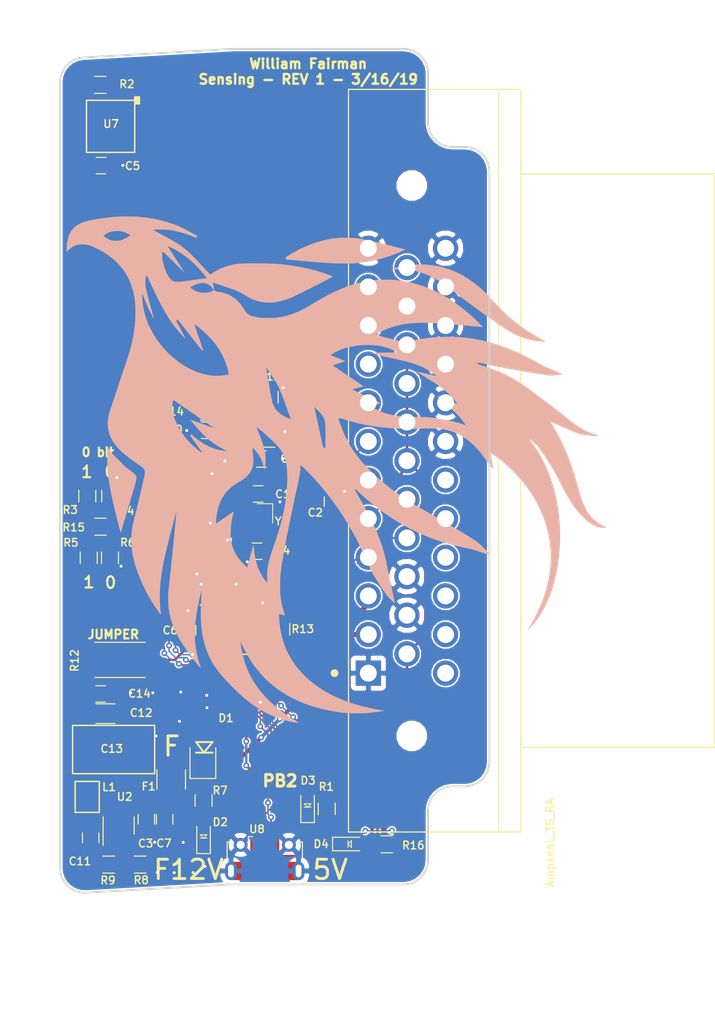
<source format=kicad_pcb>
(kicad_pcb (version 20171130) (host pcbnew 5.0.0-fee4fd1~66~ubuntu16.04.1)
  (layers (0 F.Cu signal) (31 B.Cu signal) (34 B.Paste user) (35 F.Paste user) (36 B.SilkS user) (37 F.SilkS user) (38 B.Mask user) (39 F.Mask user) (44 Edge.Cuts user))
  (net 0 "")
  (net 1 VCC)
  (net 2 GND)
  (net 3 /P_LED_1)
  (net 4 /MISO)
  (net 5 /MOSI)
  (net 6 /TXCAN)
  (net 7 /RXCAN)
  (net 8 /HSENSOR)
  (net 9 /SCK)
  (net 10 "Net-(IC1-Pad21)")
  (net 11 "Net-(IC1-Pad24)")
  (net 12 "Net-(IC1-Pad29)")
  (net 13 "Net-(IC1-Pad30)")
  (net 14 /RESET)
  (net 15 "Net-(IC1-Pad32)")
  (net 16 /CANL)
  (net 17 /CANH)
  (net 18 "Net-(C4-Pad1)")
  (net 19 "Net-(C10-Pad1)")
  (net 20 "Net-(IC1-Pad8)")
  (net 21 "Net-(IC1-Pad9)")
  (net 22 /POT_SIGNAL)
  (net 23 /BRAKETEMP)
  (net 24 /POT)
  (net 25 "Net-(IC1-Pad25)")
  (net 26 "Net-(C1-Pad1)")
  (net 27 "Net-(D3-Pad1)")
  (net 28 "Net-(U1-Pad5)")
  (net 29 "Net-(IC1-Pad17)")
  (net 30 "Net-(IC1-Pad18)")
  (net 31 /NEO_PIXEL)
  (net 32 "Net-(IC1-Pad3)")
  (net 33 "Net-(IC1-Pad13)")
  (net 34 "Net-(IC1-Pad28)")
  (net 35 "Net-(J1-Pad25)")
  (net 36 "Net-(J1-Pad26)")
  (net 37 "Net-(J1-Pad27)")
  (net 38 "Net-(J1-Pad28)")
  (net 39 "Net-(J1-Pad29)")
  (net 40 "Net-(J1-Pad24)")
  (net 41 "Net-(J1-Pad22)")
  (net 42 "Net-(J1-Pad23)")
  (net 43 "Net-(R2-Pad2)")
  (net 44 "Net-(R10-Pad1)")
  (net 45 "Net-(U7-Pad4)")
  (net 46 "Net-(C3-Pad1)")
  (net 47 "Net-(C11-Pad2)")
  (net 48 "Net-(C11-Pad1)")
  (net 49 "Net-(C12-Pad1)")
  (net 50 /12V)
  (net 51 "Net-(D2-Pad2)")
  (net 52 "Net-(D4-Pad2)")
  (net 53 "Net-(R8-Pad1)")
  (net 54 "Net-(J1-Pad9)")
  (net 55 "Net-(J1-Pad10)")
  (net 56 "Net-(J1-Pad11)")
  (net 57 "Net-(IC1-Pad26)")
  (net 58 "Net-(IC1-Pad27)")
  (module footprints:R_0805_OEM (layer F.Cu) (at 183.83 100.5)
    (fp_text reference R15 (at -2.78 0.07) (layer F.SilkS) (effects (font (size 0.8 0.8))))
    (fp_text value R_10k hide)
    (pad 2 smd rect (at 0.95 0) (size 0.7 1.3) (layers F.Cu F.Paste F.Mask) (net 14 /RESET))
    (pad 1 smd rect (at -0.95 0) (size 0.7 1.3) (layers F.Cu F.Paste F.Mask) (net 1 VCC))
  )
  (module footprints:R_0805_OEM (layer F.Cu) (at 182.46 97.34 90)
    (fp_text reference R3 (at -1.42 -1.77 180) (layer F.SilkS) (effects (font (size 0.8 0.8))))
    (fp_text value R_1K hide)
    (pad 1 smd rect (at -0.95 0 90) (size 0.7 1.3) (layers F.Cu F.Paste F.Mask) (net 1 VCC))
    (pad 2 smd rect (at 0.95 0 90) (size 0.7 1.3) (layers F.Cu F.Paste F.Mask) (net 12 "Net-(IC1-Pad29)"))
  )
  (module footprints:C_0805_OEM (layer F.Cu) (at 200.15 97.11)
    (fp_text reference C1 (at 2.55 0.02) (layer F.SilkS) (effects (font (size 0.8 0.8))))
    (fp_text value C_30pF hide)
    (pad 2 smd rect (at 1 0) (size 1 1.25) (layers F.Cu F.Paste F.Mask) (net 2 GND))
    (pad 1 smd rect (at -1 0) (size 1 1.25) (layers F.Cu F.Paste F.Mask) (net 26 "Net-(C1-Pad1)"))
  )
  (module footprints:C_0805_OEM (layer F.Cu) (at 207.85 97.9 270)
    (fp_text reference C2 (at 1.14 1.78 180) (layer F.SilkS) (effects (font (size 0.8 0.8))))
    (fp_text value C_0.1uF hide)
    (pad 2 smd rect (at 1 0 270) (size 1 1.25) (layers F.Cu F.Paste F.Mask) (net 1 VCC))
    (pad 1 smd rect (at -1 0 270) (size 1 1.25) (layers F.Cu F.Paste F.Mask) (net 2 GND))
  )
  (module footprints:C_0805_OEM (layer F.Cu) (at 188.57214 130.78968 270)
    (fp_text reference C3 (at 2.51032 0.07214) (layer F.SilkS) (effects (font (size 0.8 0.8))))
    (fp_text value C_0.1uF hide)
    (pad 2 smd rect (at 1 0 270) (size 1 1.25) (layers F.Cu F.Paste F.Mask) (net 2 GND))
    (pad 1 smd rect (at -1 0 270) (size 1 1.25) (layers F.Cu F.Paste F.Mask) (net 46 "Net-(C3-Pad1)"))
  )
  (module footprints:C_0805_OEM (layer F.Cu) (at 200.05 103.04 180)
    (fp_text reference C4 (at -2.63 0.06 180) (layer F.SilkS) (effects (font (size 0.8 0.8))))
    (fp_text value C_30pF hide)
    (pad 1 smd rect (at -1 0 180) (size 1 1.25) (layers F.Cu F.Paste F.Mask) (net 18 "Net-(C4-Pad1)"))
    (pad 2 smd rect (at 1 0 180) (size 1 1.25) (layers F.Cu F.Paste F.Mask) (net 2 GND))
  )
  (module footprints:C_0805_OEM (layer F.Cu) (at 183.88584 63.11 180)
    (fp_text reference C5 (at -3.26416 -0.03 180) (layer F.SilkS) (effects (font (size 0.8 0.8))))
    (fp_text value C_0.1uF hide)
    (pad 1 smd rect (at -1 0 180) (size 1 1.25) (layers F.Cu F.Paste F.Mask) (net 2 GND))
    (pad 2 smd rect (at 1 0 180) (size 1 1.25) (layers F.Cu F.Paste F.Mask) (net 1 VCC))
  )
  (module footprints:C_0805_OEM (layer F.Cu) (at 192.85 111.22 90)
    (fp_text reference C6 (at -0.01 -1.8 180) (layer F.SilkS) (effects (font (size 0.8 0.8))))
    (fp_text value C_0.1uF hide)
    (pad 2 smd rect (at 1 0 90) (size 1 1.25) (layers F.Cu F.Paste F.Mask) (net 2 GND))
    (pad 1 smd rect (at -1 0 90) (size 1 1.25) (layers F.Cu F.Paste F.Mask) (net 1 VCC))
  )
  (module footprints:C_0805_OEM (layer F.Cu) (at 190.46952 130.8006 270)
    (fp_text reference C7 (at 2.4794 0.06952) (layer F.SilkS) (effects (font (size 0.8 0.8))))
    (fp_text value C_2.2uF hide)
    (pad 1 smd rect (at -1 0 270) (size 1 1.25) (layers F.Cu F.Paste F.Mask) (net 46 "Net-(C3-Pad1)"))
    (pad 2 smd rect (at 1 0 270) (size 1 1.25) (layers F.Cu F.Paste F.Mask) (net 2 GND))
  )
  (module footprints:C_0805_OEM (layer F.Cu) (at 200.49 93.49)
    (fp_text reference C8 (at 2.75 -0.04 180) (layer F.SilkS) (effects (font (size 0.8 0.8))))
    (fp_text value C_0.1uF hide)
    (pad 1 smd rect (at -1 0) (size 1 1.25) (layers F.Cu F.Paste F.Mask) (net 1 VCC))
    (pad 2 smd rect (at 1 0) (size 1 1.25) (layers F.Cu F.Paste F.Mask) (net 2 GND))
  )
  (module footprints:C_0805_OEM (layer F.Cu) (at 192.81176 104.1592)
    (fp_text reference C9 (at -0.33452 1.64084) (layer F.SilkS) (effects (font (size 0.8 0.8))))
    (fp_text value C_0.1uF hide)
    (pad 1 smd rect (at -1 0) (size 1 1.25) (layers F.Cu F.Paste F.Mask) (net 1 VCC))
    (pad 2 smd rect (at 1 0) (size 1 1.25) (layers F.Cu F.Paste F.Mask) (net 2 GND))
  )
  (module footprints:C_0805_OEM (layer F.Cu) (at 194.78 90.52 180)
    (fp_text reference C10 (at 3.61 0.09 180) (layer F.SilkS) (effects (font (size 0.8 0.8))))
    (fp_text value C_100pF hide)
    (pad 2 smd rect (at 1 0 180) (size 1 1.25) (layers F.Cu F.Paste F.Mask) (net 2 GND))
    (pad 1 smd rect (at -1 0 180) (size 1 1.25) (layers F.Cu F.Paste F.Mask) (net 19 "Net-(C10-Pad1)"))
  )
  (module footprints:LED_0805_OEM (layer F.Cu) (at 205.27 129.34 90)
    (fp_text reference D3 (at 2.55 0.05 180) (layer F.SilkS) (effects (font (size 0.8 0.8))))
    (fp_text value LED_0805 hide)
    (pad 2 smd rect (at 1.1 0 270) (size 1.2 1.2) (layers F.Cu F.Paste F.Mask) (net 3 /P_LED_1))
    (pad 1 smd rect (at -1.1 0 270) (size 1.2 1.2) (layers F.Cu F.Paste F.Mask) (net 27 "Net-(D3-Pad1)"))
  )
  (module footprints:TQFP-32_7x7mm_Pitch0.8mm (layer F.Cu) (at 192.79728 97.71268 90)
    (fp_text reference IC1 (at -0.04732 -0.09728 180) (layer F.SilkS) (effects (font (size 0.8 0.8))))
    (fp_text value ATMEGA16M1 hide)
    (pad 1 smd rect (at -4.25 -2.8 90) (size 1.6 0.55) (layers F.Cu F.Paste F.Mask) (net 4 /MISO))
    (pad 2 smd rect (at -4.25 -2 90) (size 1.6 0.55) (layers F.Cu F.Paste F.Mask) (net 5 /MOSI))
    (pad 3 smd rect (at -4.25 -1.2 90) (size 1.6 0.55) (layers F.Cu F.Paste F.Mask) (net 32 "Net-(IC1-Pad3)"))
    (pad 4 smd rect (at -4.25 -0.4 90) (size 1.6 0.55) (layers F.Cu F.Paste F.Mask) (net 1 VCC))
    (pad 5 smd rect (at -4.25 0.4 90) (size 1.6 0.55) (layers F.Cu F.Paste F.Mask) (net 2 GND))
    (pad 6 smd rect (at -4.25 1.2 90) (size 1.6 0.55) (layers F.Cu F.Paste F.Mask) (net 6 /TXCAN))
    (pad 7 smd rect (at -4.25 2 90) (size 1.6 0.55) (layers F.Cu F.Paste F.Mask) (net 7 /RXCAN))
    (pad 8 smd rect (at -4.25 2.8 90) (size 1.6 0.55) (layers F.Cu F.Paste F.Mask) (net 20 "Net-(IC1-Pad8)"))
    (pad 9 smd rect (at -2.8 4.25 180) (size 1.6 0.55) (layers F.Cu F.Paste F.Mask) (net 21 "Net-(IC1-Pad9)"))
    (pad 10 smd rect (at -2 4.25 180) (size 1.6 0.55) (layers F.Cu F.Paste F.Mask) (net 18 "Net-(C4-Pad1)"))
    (pad 11 smd rect (at -1.2 4.25 180) (size 1.6 0.55) (layers F.Cu F.Paste F.Mask) (net 26 "Net-(C1-Pad1)"))
    (pad 12 smd rect (at -0.4 4.25 180) (size 1.6 0.55) (layers F.Cu F.Paste F.Mask) (net 9 /SCK))
    (pad 13 smd rect (at 0.4 4.25 180) (size 1.6 0.55) (layers F.Cu F.Paste F.Mask) (net 33 "Net-(IC1-Pad13)"))
    (pad 14 smd rect (at 1.2 4.25 180) (size 1.6 0.55) (layers F.Cu F.Paste F.Mask) (net 23 /BRAKETEMP))
    (pad 15 smd rect (at 2 4.25 180) (size 1.6 0.55) (layers F.Cu F.Paste F.Mask) (net 8 /HSENSOR))
    (pad 16 smd rect (at 2.8 4.25 180) (size 1.6 0.55) (layers F.Cu F.Paste F.Mask) (net 3 /P_LED_1))
    (pad 17 smd rect (at 4.25 2.8 90) (size 1.6 0.55) (layers F.Cu F.Paste F.Mask) (net 29 "Net-(IC1-Pad17)"))
    (pad 18 smd rect (at 4.25 2 90) (size 1.6 0.55) (layers F.Cu F.Paste F.Mask) (net 30 "Net-(IC1-Pad18)"))
    (pad 19 smd rect (at 4.25 1.2 90) (size 1.6 0.55) (layers F.Cu F.Paste F.Mask) (net 19 "Net-(C10-Pad1)"))
    (pad 20 smd rect (at 4.25 0.4 90) (size 1.6 0.55) (layers F.Cu F.Paste F.Mask) (net 2 GND))
    (pad 21 smd rect (at 4.25 -0.4 90) (size 1.6 0.55) (layers F.Cu F.Paste F.Mask) (net 10 "Net-(IC1-Pad21)"))
    (pad 22 smd rect (at 4.25 -1.2 90) (size 1.6 0.55) (layers F.Cu F.Paste F.Mask) (net 22 /POT_SIGNAL))
    (pad 23 smd rect (at 4.25 -2 90) (size 1.6 0.55) (layers F.Cu F.Paste F.Mask) (net 31 /NEO_PIXEL))
    (pad 24 smd rect (at 4.25 -2.8 90) (size 1.6 0.55) (layers F.Cu F.Paste F.Mask) (net 11 "Net-(IC1-Pad24)"))
    (pad 25 smd rect (at 2.8 -4.25 180) (size 1.6 0.55) (layers F.Cu F.Paste F.Mask) (net 25 "Net-(IC1-Pad25)"))
    (pad 26 smd rect (at 2 -4.25 180) (size 1.6 0.55) (layers F.Cu F.Paste F.Mask) (net 57 "Net-(IC1-Pad26)"))
    (pad 27 smd rect (at 1.2 -4.25 180) (size 1.6 0.55) (layers F.Cu F.Paste F.Mask) (net 58 "Net-(IC1-Pad27)"))
    (pad 28 smd rect (at 0.4 -4.25 180) (size 1.6 0.55) (layers F.Cu F.Paste F.Mask) (net 34 "Net-(IC1-Pad28)"))
    (pad 29 smd rect (at -0.4 -4.25 180) (size 1.6 0.55) (layers F.Cu F.Paste F.Mask) (net 12 "Net-(IC1-Pad29)"))
    (pad 30 smd rect (at -1.2 -4.25 180) (size 1.6 0.55) (layers F.Cu F.Paste F.Mask) (net 13 "Net-(IC1-Pad30)"))
    (pad 31 smd rect (at -2 -4.25 180) (size 1.6 0.55) (layers F.Cu F.Paste F.Mask) (net 14 /RESET))
    (pad 32 smd rect (at -2.8 -4.25 180) (size 1.6 0.55) (layers F.Cu F.Paste F.Mask) (net 15 "Net-(IC1-Pad32)"))
  )
  (module footprints:R_0805_OEM (layer F.Cu) (at 207.25 129.73 270)
    (fp_text reference R1 (at -2.3 0.04) (layer F.SilkS) (effects (font (size 0.8 0.8))))
    (fp_text value R_200 hide)
    (pad 1 smd rect (at -0.95 0 270) (size 0.7 1.3) (layers F.Cu F.Paste F.Mask) (net 27 "Net-(D3-Pad1)"))
    (pad 2 smd rect (at 0.95 0 270) (size 0.7 1.3) (layers F.Cu F.Paste F.Mask) (net 2 GND))
  )
  (module footprints:R_0805_OEM (layer F.Cu) (at 183.8 54.75 180)
    (fp_text reference R2 (at -2.76 0.08 180) (layer F.SilkS) (effects (font (size 0.8 0.8))))
    (fp_text value R_200 hide)
    (pad 2 smd rect (at 0.95 0 180) (size 0.7 1.3) (layers F.Cu F.Paste F.Mask) (net 43 "Net-(R2-Pad2)"))
    (pad 1 smd rect (at -0.95 0 180) (size 0.7 1.3) (layers F.Cu F.Paste F.Mask) (net 31 /NEO_PIXEL))
  )
  (module footprints:R_0805_OEM (layer F.Cu) (at 184.83992 97.33996 270)
    (fp_text reference R4 (at 1.53004 -1.71008) (layer F.SilkS) (effects (font (size 0.8 0.8))))
    (fp_text value R_1K hide)
    (pad 2 smd rect (at 0.95 0 270) (size 0.7 1.3) (layers F.Cu F.Paste F.Mask) (net 12 "Net-(IC1-Pad29)"))
    (pad 1 smd rect (at -0.95 0 270) (size 0.7 1.3) (layers F.Cu F.Paste F.Mask) (net 2 GND))
  )
  (module footprints:R_0603_1608Metric (layer F.Cu) (at 199.15 87.17 90)
    (fp_text reference R10 (at 2.21 -0.32 180) (layer F.SilkS) (effects (font (size 0.8 0.8))))
    (fp_text value R_0 hide)
    (pad 1 smd roundrect (at -0.7875 0 90) (size 0.875 0.95) (layers F.Cu F.Paste F.Mask) (net 44 "Net-(R10-Pad1)"))
    (pad 2 smd roundrect (at 0.7875 0 90) (size 0.875 0.95) (layers F.Cu F.Paste F.Mask) (net 22 /POT_SIGNAL))
  )
  (module footprints:R_0805_OEM (layer F.Cu) (at 201.34 87.09 90)
    (fp_text reference R11 (at 2.13 0 180) (layer F.SilkS) (effects (font (size 0.8 0.8))))
    (fp_text value R_1K hide)
    (pad 1 smd rect (at -0.95 0 90) (size 0.7 1.3) (layers F.Cu F.Paste F.Mask) (net 22 /POT_SIGNAL))
    (pad 2 smd rect (at 0.95 0 90) (size 0.7 1.3) (layers F.Cu F.Paste F.Mask) (net 2 GND))
  )
  (module footprints:R_0805_OEM (layer F.Cu) (at 202.54768 111.12944 270)
    (fp_text reference R13 (at -0.02944 -2.22232) (layer F.SilkS) (effects (font (size 0.8 0.8))))
    (fp_text value R_120 hide)
    (pad 2 smd rect (at 0.95 0 270) (size 0.7 1.3) (layers F.Cu F.Paste F.Mask) (net 16 /CANL))
    (pad 1 smd rect (at -0.95 0 270) (size 0.7 1.3) (layers F.Cu F.Paste F.Mask) (net 17 /CANH))
  )
  (module footprints:R_0805_OEM (layer F.Cu) (at 194.77 88.6)
    (fp_text reference R14 (at -3.47 -0.03) (layer F.SilkS) (effects (font (size 0.8 0.8))))
    (fp_text value R_100 hide)
    (pad 1 smd rect (at -0.95 0) (size 0.7 1.3) (layers F.Cu F.Paste F.Mask) (net 1 VCC))
    (pad 2 smd rect (at 0.95 0) (size 0.7 1.3) (layers F.Cu F.Paste F.Mask) (net 19 "Net-(C10-Pad1)"))
  )
  (module footprints:SOIC-8_3.9x4.9mm_Pitch1.27mm_OEM (layer F.Cu) (at 197.6404 111.1396)
    (fp_text reference U1 (at 0.1496 -3.3596) (layer F.SilkS) (effects (font (size 0.8 0.8))))
    (fp_text value CAN_Transceiver hide)
    (pad 1 smd rect (at -2.7 -1.905) (size 1.55 0.6) (layers F.Cu F.Paste F.Mask) (net 6 /TXCAN))
    (pad 2 smd rect (at -2.7 -0.635) (size 1.55 0.6) (layers F.Cu F.Paste F.Mask) (net 2 GND))
    (pad 3 smd rect (at -2.7 0.635) (size 1.55 0.6) (layers F.Cu F.Paste F.Mask) (net 1 VCC))
    (pad 4 smd rect (at -2.7 1.905) (size 1.55 0.6) (layers F.Cu F.Paste F.Mask) (net 7 /RXCAN))
    (pad 5 smd rect (at 2.7 1.905) (size 1.55 0.6) (layers F.Cu F.Paste F.Mask) (net 28 "Net-(U1-Pad5)"))
    (pad 6 smd rect (at 2.7 0.635) (size 1.55 0.6) (layers F.Cu F.Paste F.Mask) (net 16 /CANL))
    (pad 7 smd rect (at 2.7 -0.635) (size 1.55 0.6) (layers F.Cu F.Paste F.Mask) (net 17 /CANH))
    (pad 8 smd rect (at 2.7 -1.905) (size 1.55 0.6) (layers F.Cu F.Paste F.Mask) (net 2 GND))
  )
  (module TO_SOT_Packages_SMD:SOT-23-6 (layer F.Cu) (at 200.3296 90.6576 180)
    (fp_text reference U3 (at -2.7104 0.0176) (layer F.SilkS) (effects (font (size 0.8 0.8))))
    (fp_text value LMV341 hide)
    (pad 5 smd rect (at 1.1 0 180) (size 1.06 0.65) (layers F.Cu F.Paste F.Mask) (net 1 VCC))
    (pad 6 smd rect (at 1.1 -0.95 180) (size 1.06 0.65) (layers F.Cu F.Paste F.Mask))
    (pad 4 smd rect (at 1.1 0.95 180) (size 1.06 0.65) (layers F.Cu F.Paste F.Mask) (net 44 "Net-(R10-Pad1)"))
    (pad 3 smd rect (at -1.1 0.95 180) (size 1.06 0.65) (layers F.Cu F.Paste F.Mask) (net 22 /POT_SIGNAL))
    (pad 2 smd rect (at -1.1 0 180) (size 1.06 0.65) (layers F.Cu F.Paste F.Mask) (net 2 GND))
    (pad 1 smd rect (at -1.1 -0.95 180) (size 1.06 0.65) (layers F.Cu F.Paste F.Mask) (net 24 /POT))
  )
  (module footprints:SK6812 (layer F.Cu) (at 182.97652 59.04024 90)
    (fp_text reference U7 (at 0.25024 1.94348 180) (layer F.SilkS) (effects (font (size 0.8 0.8))))
    (fp_text value SK812 hide)
    (pad 1 smd rect (at 2.2 3.8 90) (size 1.5 1.4) (layers F.Cu F.Paste F.Mask) (net 2 GND))
    (pad 2 smd rect (at 2.2 0 90) (size 1.5 1.4) (layers F.Cu F.Paste F.Mask) (net 43 "Net-(R2-Pad2)"))
    (pad 4 smd rect (at -2.2 3.8 90) (size 1.5 1.4) (layers F.Cu F.Paste F.Mask) (net 45 "Net-(U7-Pad4)"))
    (pad 3 smd rect (at -2.2 0 90) (size 1.5 1.4) (layers F.Cu F.Paste F.Mask) (net 1 VCC))
  )
  (module Connectors_USB:USB_Micro-B_Molex-105017-0001 (layer F.Cu) (at 200.83856 135.79908)
    (fp_text reference U8 (at -0.80856 -3.97908) (layer F.SilkS) (effects (font (size 0.8 0.8))))
    (fp_text value USB_MicroB)
    (pad 6 smd rect (at -2.9 0.35) (size 1.2 1.9) (layers F.Cu F.Mask) (net 2 GND))
    (pad 6 smd rect (at 2.9 0.35) (size 1.2 1.9) (layers F.Cu F.Mask) (net 2 GND))
    (pad 6 thru_hole oval (at 3.5 0.35) (size 1.2 1.9) (drill oval 0.6 1.3) (layers *.Cu *.Mask) (net 2 GND))
    (pad 6 thru_hole oval (at -3.5 0.35 180) (size 1.2 1.9) (drill oval 0.6 1.3) (layers *.Cu *.Mask) (net 2 GND))
    (pad 6 smd rect (at -1 0.35) (size 1.5 1.9) (layers F.Cu F.Paste F.Mask) (net 2 GND))
    (pad 6 thru_hole circle (at 2.5 -2.35) (size 1.45 1.45) (drill 0.85) (layers *.Cu *.Mask) (net 2 GND))
    (pad 3 smd rect (at 0 -2.35) (size 0.4 1.35) (layers F.Cu F.Paste F.Mask) (net 4 /MISO))
    (pad 4 smd rect (at 0.65 -2.35) (size 0.4 1.35) (layers F.Cu F.Paste F.Mask) (net 14 /RESET))
    (pad 5 smd rect (at 1.3 -2.35) (size 0.4 1.35) (layers F.Cu F.Paste F.Mask) (net 5 /MOSI))
    (pad 1 smd rect (at -1.3 -2.35) (size 0.4 1.35) (layers F.Cu F.Paste F.Mask) (net 1 VCC))
    (pad 2 smd rect (at -0.65 -2.35) (size 0.4 1.35) (layers F.Cu F.Paste F.Mask) (net 9 /SCK))
    (pad 6 thru_hole circle (at -2.5 -2.35) (size 1.45 1.45) (drill 0.85) (layers *.Cu *.Mask) (net 2 GND))
    (pad 6 smd rect (at 1 0.35) (size 1.5 1.9) (layers F.Cu F.Paste F.Mask) (net 2 GND))
  )
  (module footprints:Crystal_SMD_FA238 (layer F.Cu) (at 200.05924 100.11788 270)
    (fp_text reference Y1 (at -0.18788 -2.55076) (layer F.SilkS) (effects (font (size 0.8 0.8))))
    (fp_text value Crystal_SMD hide)
    (pad 1 smd rect (at -1.1 0.8 270) (size 1.4 1.2) (layers F.Cu F.Mask) (net 26 "Net-(C1-Pad1)"))
    (pad 2 smd rect (at 1.1 0.8 270) (size 1.4 1.2) (layers F.Cu F.Mask) (net 2 GND))
    (pad 3 smd rect (at 1.1 -0.8 270) (size 1.4 1.2) (layers F.Cu F.Mask) (net 18 "Net-(C4-Pad1)"))
    (pad 4 smd rect (at -1.1 -0.8 270) (size 1.4 1.2) (layers F.Cu F.Mask) (net 2 GND))
  )
  (module footprints:TE_1-776180-1_35_RA (layer F.Cu) (at 211.56168 115.66652 90)
    (fp_text reference J1 hide)
    (fp_text value Ampseal_35_RA (at -17.56348 18.80832 90) (layer F.SilkS) (effects (font (size 0.8 0.8))))
    (pad 1 thru_hole rect (at 0 0 90) (size 2.625 2.625) (drill 1.75) (layers *.Cu *.Mask) (net 2 GND))
    (pad 5 thru_hole circle (at 16 0 90) (size 2.625 2.625) (drill 1.75) (layers *.Cu *.Mask) (net 17 /CANH))
    (pad 6 thru_hole circle (at 20 0 90) (size 2.625 2.625) (drill 1.75) (layers *.Cu *.Mask) (net 23 /BRAKETEMP))
    (pad 7 thru_hole circle (at 24 0 90) (size 2.625 2.625) (drill 1.75) (layers *.Cu *.Mask) (net 8 /HSENSOR))
    (pad 8 thru_hole circle (at 28 0 90) (size 2.625 2.625) (drill 1.75) (layers *.Cu *.Mask) (net 24 /POT))
    (pad 13 thru_hole circle (at 2 4 90) (size 2.625 2.625) (drill 1.75) (layers *.Cu *.Mask) (net 1 VCC))
    (pad 14 thru_hole circle (at 6 4 90) (size 2.625 2.625) (drill 1.75) (layers *.Cu *.Mask) (net 2 GND))
    (pad 15 thru_hole circle (at 10 4 90) (size 2.625 2.625) (drill 1.75) (layers *.Cu *.Mask) (net 2 GND))
    (pad 16 thru_hole circle (at 14 4 90) (size 2.625 2.625) (drill 1.75) (layers *.Cu *.Mask) (net 16 /CANL))
    (pad 25 thru_hole circle (at 4 8 90) (size 2.625 2.625) (drill 1.75) (layers *.Cu *.Mask) (net 35 "Net-(J1-Pad25)"))
    (pad 26 thru_hole circle (at 8 8 90) (size 2.625 2.625) (drill 1.75) (layers *.Cu *.Mask) (net 36 "Net-(J1-Pad26)"))
    (pad 27 thru_hole circle (at 12 8 90) (size 2.625 2.625) (drill 1.75) (layers *.Cu *.Mask) (net 37 "Net-(J1-Pad27)"))
    (pad 28 thru_hole circle (at 16 8 90) (size 2.625 2.625) (drill 1.75) (layers *.Cu *.Mask) (net 38 "Net-(J1-Pad28)"))
    (pad 29 thru_hole circle (at 20 8 90) (size 2.625 2.625) (drill 1.75) (layers *.Cu *.Mask) (net 39 "Net-(J1-Pad29)"))
    (pad Hole np_thru_hole circle (at -6.5 4.5 90) (size 2.85 2.85) (drill 2.85) (layers *.Cu *.Mask F.SilkS))
    (pad Hole np_thru_hole circle (at 50.5 4.5 90) (size 2.85 2.85) (drill 2.85) (layers *.Cu *.Mask F.SilkS))
    (pad 9 thru_hole circle (at 32 0 90) (size 2.625 2.625) (drill 1.75) (layers *.Cu *.Mask) (net 54 "Net-(J1-Pad9)"))
    (pad 10 thru_hole circle (at 36 0 90) (size 2.625 2.625) (drill 1.75) (layers *.Cu *.Mask) (net 55 "Net-(J1-Pad10)"))
    (pad 11 thru_hole circle (at 40 0 90) (size 2.625 2.625) (drill 1.75) (layers *.Cu *.Mask) (net 56 "Net-(J1-Pad11)"))
    (pad 3 thru_hole circle (at 8 0 90) (size 2.625 2.625) (drill 1.75) (layers *.Cu *.Mask) (net 50 /12V))
    (pad 2 thru_hole circle (at 4 0 90) (size 2.625 2.625) (drill 1.75) (layers *.Cu *.Mask) (net 50 /12V))
    (pad 4 thru_hole circle (at 12 0 90) (size 2.625 2.625) (drill 1.75) (layers *.Cu *.Mask) (net 16 /CANL))
    (pad 12 thru_hole circle (at 44 0 90) (size 2.625 2.625) (drill 1.75) (layers *.Cu *.Mask) (net 2 GND))
    (pad 17 thru_hole circle (at 18 4 90) (size 2.625 2.625) (drill 1.75) (layers *.Cu *.Mask) (net 17 /CANH))
    (pad 19 thru_hole circle (at 26 4 90) (size 2.625 2.625) (drill 1.75) (layers *.Cu *.Mask) (net 1 VCC))
    (pad 18 thru_hole circle (at 22 4 90) (size 2.625 2.625) (drill 1.75) (layers *.Cu *.Mask) (net 1 VCC))
    (pad 20 thru_hole circle (at 30 4 90) (size 2.625 2.625) (drill 1.75) (layers *.Cu *.Mask) (net 1 VCC))
    (pad 21 thru_hole circle (at 34 4 90) (size 2.625 2.625) (drill 1.75) (layers *.Cu *.Mask) (net 1 VCC))
    (pad 22 thru_hole circle (at 38 4 90) (size 2.625 2.625) (drill 1.75) (layers *.Cu *.Mask) (net 41 "Net-(J1-Pad22)"))
    (pad 23 thru_hole circle (at 42 4 90) (size 2.625 2.625) (drill 1.75) (layers *.Cu *.Mask) (net 42 "Net-(J1-Pad23)"))
    (pad 24 thru_hole circle (at 0 8 90) (size 2.625 2.625) (drill 1.75) (layers *.Cu *.Mask) (net 40 "Net-(J1-Pad24)"))
    (pad 30 thru_hole circle (at 24 8 90) (size 2.625 2.625) (drill 1.75) (layers *.Cu *.Mask) (net 2 GND))
    (pad 31 thru_hole circle (at 28 8 90) (size 2.625 2.625) (drill 1.75) (layers *.Cu *.Mask) (net 2 GND))
    (pad 32 thru_hole circle (at 32 8 90) (size 2.625 2.625) (drill 1.75) (layers *.Cu *.Mask) (net 2 GND))
    (pad 33 thru_hole circle (at 36 8 90) (size 2.625 2.625) (drill 1.75) (layers *.Cu *.Mask) (net 2 GND))
    (pad 34 thru_hole circle (at 40 8 90) (size 2.625 2.625) (drill 1.75) (layers *.Cu *.Mask) (net 2 GND))
    (pad 35 thru_hole circle (at 44 8 90) (size 2.625 2.625) (drill 1.75) (layers *.Cu *.Mask) (net 2 GND))
  )
  (module footprints:R_0805_OEM (layer F.Cu) (at 182.61 103.72 270)
    (fp_text reference R5 (at -1.57 1.85) (layer F.SilkS) (effects (font (size 0.8 0.8))))
    (fp_text value R_1K hide)
    (pad 2 smd rect (at 0.95 0 270) (size 0.7 1.3) (layers F.Cu F.Paste F.Mask) (net 15 "Net-(IC1-Pad32)"))
    (pad 1 smd rect (at -0.95 0 270) (size 0.7 1.3) (layers F.Cu F.Paste F.Mask) (net 1 VCC))
  )
  (module footprints:R_0805_OEM (layer F.Cu) (at 184.81 103.72 270)
    (fp_text reference R6 (at -1.58 -1.83) (layer F.SilkS) (effects (font (size 0.8 0.8))))
    (fp_text value R_1K hide)
    (pad 1 smd rect (at -0.95 0 270) (size 0.7 1.3) (layers F.Cu F.Paste F.Mask) (net 15 "Net-(IC1-Pad32)"))
    (pad 2 smd rect (at 0.95 0 270) (size 0.7 1.3) (layers F.Cu F.Paste F.Mask) (net 2 GND))
  )
  (module footprints:C_0805_OEM (layer F.Cu) (at 182.81 132.72 90)
    (fp_text reference C11 (at -2.43 -1.11 180) (layer F.SilkS) (effects (font (size 0.8 0.8))))
    (fp_text value C_0.1uF hide)
    (pad 2 smd rect (at 1 0 90) (size 1 1.25) (layers F.Cu F.Paste F.Mask) (net 47 "Net-(C11-Pad2)"))
    (pad 1 smd rect (at -1 0 90) (size 1 1.25) (layers F.Cu F.Paste F.Mask) (net 48 "Net-(C11-Pad1)"))
  )
  (module footprints:C_1206_OEM (layer F.Cu) (at 184.33796 119.8626)
    (fp_text reference C12 (at 3.70204 -0.0826) (layer F.SilkS) (effects (font (size 0.8 0.8))))
    (fp_text value C_22uF hide)
    (pad 1 smd rect (at -1.5 0) (size 1 1.6) (layers F.Cu F.Paste F.Mask) (net 49 "Net-(C12-Pad1)"))
    (pad 2 smd rect (at 1.5 0) (size 1 1.6) (layers F.Cu F.Paste F.Mask) (net 2 GND))
  )
  (module footprints:C_0805_OEM (layer F.Cu) (at 183.85 117.82)
    (fp_text reference C14 (at 4.01 -0.03 180) (layer F.SilkS) (effects (font (size 0.8 0.8))))
    (fp_text value C_47uF hide)
    (pad 1 smd rect (at -1 0) (size 1 1.25) (layers F.Cu F.Paste F.Mask) (net 49 "Net-(C12-Pad1)"))
    (pad 2 smd rect (at 1 0) (size 1 1.25) (layers F.Cu F.Paste F.Mask) (net 2 GND))
  )
  (module footprints:DO-214AA (layer F.Cu) (at 194.43 123.398 90)
    (fp_text reference D1 (at 3.078 2.39 180) (layer F.SilkS) (effects (font (size 0.8 0.8))))
    (fp_text value D_Zener_18V hide)
    (pad 2 smd rect (at 2.032 0 270) (size 1.778 2.159) (layers F.Cu F.Paste F.Mask) (net 2 GND))
    (pad 1 smd rect (at -2.032 0 270) (size 1.778 2.159) (layers F.Cu F.Paste F.Mask) (net 50 /12V))
  )
  (module footprints:LED_0805_OEM (layer F.Cu) (at 194.5 132.55 90)
    (fp_text reference D2 (at 1.46 1.73 180) (layer F.SilkS) (effects (font (size 0.8 0.8))))
    (fp_text value LED_0805 hide)
    (pad 1 smd rect (at -1.1 0 270) (size 1.2 1.2) (layers F.Cu F.Paste F.Mask) (net 2 GND))
    (pad 2 smd rect (at 1.1 0 270) (size 1.2 1.2) (layers F.Cu F.Paste F.Mask) (net 51 "Net-(D2-Pad2)"))
  )
  (module footprints:LED_0805_OEM (layer F.Cu) (at 209.66 133.36)
    (fp_text reference D4 (at -2.99 0) (layer F.SilkS) (effects (font (size 0.8 0.8))))
    (fp_text value LED_0805 hide)
    (pad 2 smd rect (at 1.1 0 180) (size 1.2 1.2) (layers F.Cu F.Paste F.Mask) (net 52 "Net-(D4-Pad2)"))
    (pad 1 smd rect (at -1.1 0 180) (size 1.2 1.2) (layers F.Cu F.Paste F.Mask) (net 2 GND))
  )
  (module footprints:Fuse_1210 (layer F.Cu) (at 191.15 126.67 90)
    (fp_text reference F1 (at -0.73 -2.34 180) (layer F.SilkS) (effects (font (size 0.8 0.8))))
    (fp_text value F_500mA_16V hide)
    (pad 1 smd rect (at -1.45 0 90) (size 0.9 2.5) (layers F.Cu F.Paste F.Mask) (net 46 "Net-(C3-Pad1)"))
    (pad 2 smd rect (at 1.45 0 90) (size 0.9 2.5) (layers F.Cu F.Paste F.Mask) (net 50 /12V))
  )
  (module footprints:R_0805_OEM (layer F.Cu) (at 194.5 128.86 270)
    (fp_text reference R7 (at -1.05 -1.72) (layer F.SilkS) (effects (font (size 0.8 0.8))))
    (fp_text value R_200 hide)
    (pad 1 smd rect (at -0.95 0 270) (size 0.7 1.3) (layers F.Cu F.Paste F.Mask) (net 46 "Net-(C3-Pad1)"))
    (pad 2 smd rect (at 0.95 0 270) (size 0.7 1.3) (layers F.Cu F.Paste F.Mask) (net 51 "Net-(D2-Pad2)"))
  )
  (module footprints:R_0805_OEM (layer F.Cu) (at 187.93 135.49)
    (fp_text reference R8 (at 0.11 1.61) (layer F.SilkS) (effects (font (size 0.8 0.8))))
    (fp_text value R_25K hide)
    (pad 2 smd rect (at 0.95 0) (size 0.7 1.3) (layers F.Cu F.Paste F.Mask) (net 2 GND))
    (pad 1 smd rect (at -0.95 0) (size 0.7 1.3) (layers F.Cu F.Paste F.Mask) (net 53 "Net-(R8-Pad1)"))
  )
  (module footprints:R_0805_OEM (layer F.Cu) (at 184.68 135.49)
    (fp_text reference R9 (at -0.08 1.64) (layer F.SilkS) (effects (font (size 0.8 0.8))))
    (fp_text value R_100K hide)
    (pad 1 smd rect (at -0.95 0) (size 0.7 1.3) (layers F.Cu F.Paste F.Mask) (net 49 "Net-(C12-Pad1)"))
    (pad 2 smd rect (at 0.95 0) (size 0.7 1.3) (layers F.Cu F.Paste F.Mask) (net 53 "Net-(R8-Pad1)"))
  )
  (module footprints:R_2512_OEM (layer F.Cu) (at 185.8518 114.29238 180)
    (fp_text reference R12 (at 4.70662 -0.07112 90) (layer F.SilkS) (effects (font (size 0.8 0.8))))
    (fp_text value R_0_2512 hide)
    (pad 1 smd rect (at -3.1 0 180) (size 1 3.2) (layers F.Cu F.Paste F.Mask) (net 1 VCC))
    (pad 2 smd rect (at 3.1 0 180) (size 1 3.2) (layers F.Cu F.Paste F.Mask) (net 49 "Net-(C12-Pad1)"))
  )
  (module footprints:R_0805_OEM (layer F.Cu) (at 213.46 133.39)
    (fp_text reference R16 (at 2.76 0.11 180) (layer F.SilkS) (effects (font (size 0.8 0.8))))
    (fp_text value R_200 hide)
    (pad 2 smd rect (at 0.95 0) (size 0.7 1.3) (layers F.Cu F.Paste F.Mask) (net 52 "Net-(D4-Pad2)"))
    (pad 1 smd rect (at -0.95 0) (size 0.7 1.3) (layers F.Cu F.Paste F.Mask) (net 1 VCC))
  )
  (module footprints:L_100uH (layer F.Cu) (at 182.45 128.48 90)
    (fp_text reference L1 (at 1.01 2.26) (layer F.SilkS) (effects (font (size 0.8 0.8))))
    (fp_text value L_100uH hide)
    (pad 2 smd rect (at 1.6 0 90) (size 1.2 2) (layers F.Cu F.Paste F.Mask) (net 49 "Net-(C12-Pad1)"))
    (pad 1 smd rect (at -1.6 0 90) (size 1.2 2) (layers F.Cu F.Paste F.Mask) (net 47 "Net-(C11-Pad2)"))
  )
  (module TO_SOT_Packages_SMD:SOT-23-6_Handsoldering (layer F.Cu) (at 185.70702 131.44754 90)
    (fp_text reference U2 (at 2.97754 0.62298 180) (layer F.SilkS) (effects (font (size 0.8 0.8))))
    (fp_text value TPS560430YF hide)
    (pad 5 smd rect (at 1.35 0 90) (size 1.56 0.65) (layers F.Cu F.Paste F.Mask) (net 46 "Net-(C3-Pad1)"))
    (pad 6 smd rect (at 1.35 -0.95 90) (size 1.56 0.65) (layers F.Cu F.Paste F.Mask) (net 47 "Net-(C11-Pad2)"))
    (pad 4 smd rect (at 1.35 0.95 90) (size 1.56 0.65) (layers F.Cu F.Paste F.Mask) (net 46 "Net-(C3-Pad1)"))
    (pad 3 smd rect (at -1.35 0.95 90) (size 1.56 0.65) (layers F.Cu F.Paste F.Mask) (net 53 "Net-(R8-Pad1)"))
    (pad 2 smd rect (at -1.35 0 90) (size 1.56 0.65) (layers F.Cu F.Paste F.Mask) (net 2 GND))
    (pad 1 smd rect (at -1.35 -0.95 90) (size 1.56 0.65) (layers F.Cu F.Paste F.Mask) (net 48 "Net-(C11-Pad1)"))
  )
  (module footprints:C_1812 (layer F.Cu) (at 182.43804 123.57608)
    (fp_text reference C13 (at 2.55196 -0.07608) (layer F.SilkS) (effects (font (size 0.8 0.8))))
    (fp_text value C_33uF hide)
    (pad 2 smd rect (at 5.28 0) (size 1.78 3.5) (layers F.Cu F.Paste F.Mask) (net 2 GND))
    (pad 1 smd rect (at 0 0) (size 1.78 3.5) (layers F.Cu F.Paste F.Mask) (net 49 "Net-(C12-Pad1)"))
  )
  (module footprints:phoenix (layer B.Cu) (at 208.26 94.59 180)
    (fp_text reference G*** hide)
    (fp_text value LOGO hide)
  )
  (gr_text F (at 191.2 123.25) (layer F.SilkS) (effects (font (size 2 2) (thickness 0.3))))
  (gr_text JUMPER (at 185.16 111.66) (layer F.SilkS) (effects (font (size 0.9 0.9) (thickness 0.225))))
  (gr_text 5V (at 207.62 136.02) (layer F.SilkS) (effects (font (size 2 2) (thickness 0.3))))
  (gr_text F12V (at 192.95 136.02) (layer F.SilkS) (effects (font (size 2 2) (thickness 0.3))))
  (gr_text PB2 (at 202.42 126.82) (layer F.SilkS) (effects (font (size 1.2 1.2) (thickness 0.3))))
  (gr_text "William Fairman\nSensing - REV 1 - 3/16/19" (at 205.34 53.37) (layer F.SilkS) (effects (font (size 1 1) (thickness 0.25))))
  (gr_text "0 bit" (at 183.56 92.79) (layer F.SilkS) (effects (font (size 0.9 0.9) (thickness 0.225))))
  (gr_text "0\n" (at 184.87 106.29) (layer F.SilkS) (effects (font (size 1.2 1.2) (thickness 0.225))))
  (gr_text 1 (at 182.62 106.25) (layer F.SilkS) (effects (font (size 1.2 1.2) (thickness 0.225))))
  (gr_text "0\n" (at 184.82 94.79) (layer F.SilkS) (effects (font (size 1.2 1.2) (thickness 0.225))))
  (gr_text 1 (at 182.41 94.83) (layer F.SilkS) (effects (font (size 1.2 1.2) (thickness 0.225))))
  (gr_line (start 197.646782 51.01949) (end 182.044131 51.911582) (layer Edge.Cuts) (width 0.2))
  (gr_line (start 217.74912 58.63949) (end 217.74912 53.55949) (layer Edge.Cuts) (width 0.2))
  (gr_line (start 182.334109 138.396045) (end 197.211458 137.545422) (layer Edge.Cuts) (width 0.2))
  (gr_line (start 224.09912 124.845422) (end 224.09912 63.71949) (layer Edge.Cuts) (width 0.2))
  (gr_arc (start 182.18912 54.44744) (end 182.044131 51.911582) (angle -86.72763809) (layer Edge.Cuts) (width 0.2))
  (gr_arc (start 221.55912 63.71949) (end 224.09912 63.71949) (angle -90) (layer Edge.Cuts) (width 0.2))
  (gr_line (start 220.28912 127.385422) (end 221.55912 127.385422) (layer Edge.Cuts) (width 0.2))
  (gr_line (start 217.74912 135.005422) (end 217.74912 129.925422) (layer Edge.Cuts) (width 0.2))
  (gr_arc (start 221.55912 124.845422) (end 221.55912 127.385422) (angle -90) (layer Edge.Cuts) (width 0.2))
  (gr_arc (start 220.28912 129.925422) (end 220.28912 127.385422) (angle -90) (layer Edge.Cuts) (width 0.2))
  (gr_arc (start 215.20912 53.55949) (end 217.74912 53.55949) (angle -90) (layer Edge.Cuts) (width 0.2))
  (gr_line (start 221.55912 61.17949) (end 220.28912 61.17949) (layer Edge.Cuts) (width 0.2))
  (gr_line (start 215.20912 51.01949) (end 197.646782 51.01949) (layer Edge.Cuts) (width 0.2))
  (gr_arc (start 215.20912 135.005422) (end 215.20912 137.545422) (angle -90) (layer Edge.Cuts) (width 0.2))
  (gr_arc (start 220.28912 58.63949) (end 217.74912 58.63949) (angle -90) (layer Edge.Cuts) (width 0.2))
  (gr_line (start 197.211458 137.545422) (end 215.20912 137.545422) (layer Edge.Cuts) (width 0.2))
  (gr_arc (start 182.18912 135.860186) (end 179.64912 135.860186) (angle -93.27236191) (layer Edge.Cuts) (width 0.2))
  (gr_line (start 179.64912 54.44744) (end 179.64912 135.860186) (layer Edge.Cuts) (width 0.2))
  (segment (start 192.39728 103.57368) (end 192.39728 101.96268) (width 0.254) (layer F.Cu) (net 1))
  (segment (start 191.81176 104.1592) (end 192.39728 103.57368) (width 0.254) (layer F.Cu) (net 1))
  (segment (start 182.61 100.77) (end 182.88 100.5) (width 0.1524) (layer F.Cu) (net 1))
  (segment (start 182.61 102.77) (end 182.61 100.77) (width 0.1524) (layer F.Cu) (net 1))
  (segment (start 182.88 98.71) (end 182.46 98.29) (width 0.1524) (layer F.Cu) (net 1))
  (segment (start 182.88 100.5) (end 182.88 98.71) (width 0.1524) (layer F.Cu) (net 1))
  (segment (start 182.88584 61.33092) (end 182.97652 61.24024) (width 0.508) (layer F.Cu) (net 1))
  (segment (start 182.88584 63.11) (end 182.88584 61.33092) (width 0.508) (layer F.Cu) (net 1))
  (segment (start 192.85 112.22) (end 192.88 112.22) (width 0.254) (layer F.Cu) (net 1))
  (segment (start 193.3254 111.7746) (end 194.9404 111.7746) (width 0.254) (layer F.Cu) (net 1))
  (segment (start 192.88 112.22) (end 193.3254 111.7746) (width 0.254) (layer F.Cu) (net 1))
  (segment (start 192.85 112.974) (end 192.85 112.22) (width 0.254) (layer F.Cu) (net 1))
  (segment (start 188.9518 114.29238) (end 191.53162 114.29238) (width 0.254) (layer F.Cu) (net 1))
  (via (at 195.38 95.01) (size 0.6096) (drill 0.3048) (layers F.Cu B.Cu) (net 1))
  (via (at 196.72 93.69) (size 0.6096) (drill 0.3048) (layers F.Cu B.Cu) (net 1))
  (segment (start 195.49 94.92) (end 196.72 93.69) (width 0.254) (layer B.Cu) (net 1))
  (segment (start 195.49 95.06) (end 195.49 94.92) (width 0.254) (layer B.Cu) (net 1))
  (segment (start 199.29 93.69) (end 199.49 93.49) (width 0.254) (layer F.Cu) (net 1))
  (segment (start 196.72 93.69) (end 199.29 93.69) (width 0.254) (layer F.Cu) (net 1))
  (segment (start 182.88584 64.116) (end 180.95 66.05184) (width 0.381) (layer F.Cu) (net 1))
  (segment (start 182.88584 63.11) (end 182.88584 64.116) (width 0.381) (layer F.Cu) (net 1))
  (segment (start 180.95 103.399) (end 180.95 103.57) (width 0.381) (layer F.Cu) (net 1))
  (segment (start 181.579 102.77) (end 180.95 103.399) (width 0.381) (layer F.Cu) (net 1))
  (segment (start 182.61 102.77) (end 181.579 102.77) (width 0.381) (layer F.Cu) (net 1))
  (segment (start 180.95 66.05184) (end 180.95 103.57) (width 0.381) (layer F.Cu) (net 1))
  (segment (start 188.9518 113.19238) (end 188.9518 114.29238) (width 0.381) (layer F.Cu) (net 1))
  (segment (start 180.95 105.19058) (end 188.9518 113.19238) (width 0.381) (layer F.Cu) (net 1))
  (segment (start 180.95 103.57) (end 180.95 105.19058) (width 0.381) (layer F.Cu) (net 1))
  (segment (start 192.39728 101.96268) (end 192.39728 101.184758) (width 0.254) (layer F.Cu) (net 1))
  (segment (start 195.18 95.37) (end 195.49 95.06) (width 0.254) (layer F.Cu) (net 1))
  (segment (start 196.72 92.3832) (end 196.72 92.65) (width 0.254) (layer F.Cu) (net 1))
  (segment (start 198.4456 90.6576) (end 196.72 92.3832) (width 0.254) (layer F.Cu) (net 1))
  (segment (start 199.2296 90.6576) (end 198.4456 90.6576) (width 0.254) (layer F.Cu) (net 1))
  (segment (start 196.72 93.69) (end 196.72 92.65) (width 0.254) (layer F.Cu) (net 1))
  (segment (start 193.82 87.696) (end 194.126 87.39) (width 0.254) (layer F.Cu) (net 1))
  (segment (start 193.82 88.6) (end 193.82 87.696) (width 0.254) (layer F.Cu) (net 1))
  (segment (start 196.24 87.39) (end 196.72 87.87) (width 0.254) (layer F.Cu) (net 1))
  (segment (start 194.126 87.39) (end 196.24 87.39) (width 0.254) (layer F.Cu) (net 1))
  (segment (start 196.72 88) (end 196.72 87.87) (width 0.254) (layer F.Cu) (net 1))
  (segment (start 196.72 92.65) (end 196.72 88) (width 0.254) (layer F.Cu) (net 1))
  (segment (start 192.564 113.26) (end 192.85 112.974) (width 0.254) (layer F.Cu) (net 1))
  (segment (start 191.53162 114.29238) (end 192.564 113.26) (width 0.254) (layer F.Cu) (net 1))
  (segment (start 192.39728 98.15272) (end 195.49 95.06) (width 0.254) (layer F.Cu) (net 1))
  (segment (start 192.39728 101.96268) (end 192.39728 98.15272) (width 0.254) (layer F.Cu) (net 1))
  (segment (start 215.56168 81.66652) (end 215.56168 85.66652) (width 0.254) (layer F.Cu) (net 1))
  (segment (start 215.56168 87.522675) (end 215.56168 89.66652) (width 0.254) (layer F.Cu) (net 1))
  (segment (start 215.56168 85.66652) (end 215.56168 87.522675) (width 0.254) (layer F.Cu) (net 1))
  (segment (start 215.56168 91.522675) (end 215.56168 93.66652) (width 0.254) (layer F.Cu) (net 1))
  (segment (start 215.56168 89.66652) (end 215.56168 91.522675) (width 0.254) (layer F.Cu) (net 1))
  (segment (start 215.56168 93.66652) (end 217.46 95.56484) (width 0.254) (layer F.Cu) (net 1))
  (segment (start 217.46 111.7682) (end 215.56168 113.66652) (width 0.254) (layer F.Cu) (net 1))
  (segment (start 217.46 95.56484) (end 217.46 111.7682) (width 0.254) (layer F.Cu) (net 1))
  (segment (start 192.725 112.22) (end 191.81176 111.30676) (width 0.254) (layer F.Cu) (net 1))
  (segment (start 191.81176 105.0382) (end 191.81176 104.1592) (width 0.254) (layer F.Cu) (net 1))
  (segment (start 192.85 112.22) (end 192.725 112.22) (width 0.254) (layer F.Cu) (net 1))
  (segment (start 189.7058 114.29238) (end 191.27342 115.86) (width 0.254) (layer F.Cu) (net 1))
  (segment (start 188.9518 114.29238) (end 189.7058 114.29238) (width 0.254) (layer F.Cu) (net 1))
  (segment (start 191.27342 115.86) (end 194.94 115.86) (width 0.254) (layer F.Cu) (net 1))
  (via (at 198.92 122.74) (size 0.6096) (drill 0.3048) (layers F.Cu B.Cu) (net 1))
  (segment (start 198.92 119.84) (end 198.92 122.74) (width 0.254) (layer F.Cu) (net 1))
  (segment (start 194.94 115.86) (end 198.92 119.84) (width 0.254) (layer F.Cu) (net 1))
  (via (at 198.92 125.23) (size 0.6096) (drill 0.3048) (layers F.Cu B.Cu) (net 1))
  (segment (start 198.92 122.74) (end 198.92 125.23) (width 0.254) (layer B.Cu) (net 1))
  (segment (start 199.53856 125.84856) (end 199.53856 133.44908) (width 0.254) (layer F.Cu) (net 1))
  (segment (start 198.92 125.23) (end 199.53856 125.84856) (width 0.254) (layer F.Cu) (net 1))
  (segment (start 199.53856 134.37808) (end 199.77048 134.61) (width 0.254) (layer F.Cu) (net 1))
  (segment (start 199.53856 133.44908) (end 199.53856 134.37808) (width 0.254) (layer F.Cu) (net 1))
  (segment (start 212.51 133.69) (end 212.51 133.39) (width 0.254) (layer F.Cu) (net 1))
  (segment (start 211.59 134.61) (end 212.51 133.69) (width 0.254) (layer F.Cu) (net 1))
  (segment (start 199.77048 134.61) (end 211.59 134.61) (width 0.254) (layer F.Cu) (net 1))
  (segment (start 212.51 133.39) (end 212.51 120.9) (width 0.254) (layer F.Cu) (net 1))
  (segment (start 215.56168 117.84832) (end 215.56168 113.66652) (width 0.254) (layer F.Cu) (net 1))
  (segment (start 212.51 120.9) (end 215.56168 117.84832) (width 0.254) (layer F.Cu) (net 1))
  (segment (start 191.81176 108.69) (end 191.81176 105.0382) (width 0.254) (layer F.Cu) (net 1))
  (via (at 194.25 106.46) (size 0.6096) (drill 0.3048) (layers F.Cu B.Cu) (net 1))
  (segment (start 191.81176 108.91) (end 191.81176 108.69) (width 0.254) (layer F.Cu) (net 1))
  (segment (start 191.81176 111.30676) (end 191.81176 108.91) (width 0.254) (layer F.Cu) (net 1))
  (segment (start 191.81176 108.91) (end 191.81176 108.89824) (width 0.254) (layer F.Cu) (net 1))
  (segment (start 191.81176 108.89824) (end 194.25 106.46) (width 0.254) (layer F.Cu) (net 1))
  (segment (start 194.25 106.46) (end 197.04 106.46) (width 0.254) (layer B.Cu) (net 1))
  (segment (start 215.01 94.2182) (end 215.56168 93.66652) (width 0.254) (layer F.Cu) (net 1))
  (segment (start 215.01 95.03) (end 215.01 94.2182) (width 0.254) (layer F.Cu) (net 1))
  (segment (start 212.781579 97.258421) (end 215.01 95.03) (width 0.254) (layer F.Cu) (net 1))
  (segment (start 211.613765 97.258421) (end 212.781579 97.258421) (width 0.254) (layer F.Cu) (net 1))
  (via (at 197.88 106.47) (size 0.6096) (drill 0.3048) (layers F.Cu B.Cu) (net 1))
  (segment (start 197.87 106.46) (end 197.88 106.47) (width 0.254) (layer B.Cu) (net 1))
  (segment (start 197.04 106.46) (end 197.87 106.46) (width 0.254) (layer B.Cu) (net 1))
  (segment (start 198.361052 106.42) (end 202.452186 106.42) (width 0.254) (layer F.Cu) (net 1))
  (segment (start 198.311052 106.47) (end 198.361052 106.42) (width 0.254) (layer F.Cu) (net 1))
  (segment (start 197.88 106.47) (end 198.311052 106.47) (width 0.254) (layer F.Cu) (net 1))
  (segment (start 209.972186 98.9) (end 210.322186 98.55) (width 0.1524) (layer F.Cu) (net 1))
  (segment (start 207.85 98.9) (end 209.972186 98.9) (width 0.1524) (layer F.Cu) (net 1))
  (segment (start 210.322186 98.55) (end 211.613765 97.258421) (width 0.254) (layer F.Cu) (net 1))
  (segment (start 202.452186 106.42) (end 210.322186 98.55) (width 0.254) (layer F.Cu) (net 1))
  (segment (start 199.05 101.42712) (end 199.25924 101.21788) (width 0.254) (layer F.Cu) (net 2))
  (segment (start 199.05 103.04) (end 199.05 101.42712) (width 0.254) (layer F.Cu) (net 2))
  (segment (start 201.15 97.11) (end 201.15 99.41) (width 0.254) (layer F.Cu) (net 2))
  (segment (start 193.19728 103.54472) (end 193.19728 101.96268) (width 0.254) (layer F.Cu) (net 2))
  (segment (start 193.81176 104.1592) (end 193.19728 103.54472) (width 0.254) (layer F.Cu) (net 2))
  (segment (start 193.19728 92.40868) (end 193.19728 93.46268) (width 0.254) (layer F.Cu) (net 2))
  (segment (start 193.19728 91.98172) (end 193.19728 92.40868) (width 0.254) (layer F.Cu) (net 2))
  (segment (start 193.78 91.399) (end 193.19728 91.98172) (width 0.254) (layer F.Cu) (net 2))
  (segment (start 193.78 90.52) (end 193.78 91.399) (width 0.254) (layer F.Cu) (net 2))
  (via (at 192.76 90.54) (size 0.6096) (drill 0.3048) (layers F.Cu B.Cu) (net 2))
  (segment (start 192.78 90.52) (end 192.76 90.54) (width 0.254) (layer F.Cu) (net 2))
  (segment (start 193.78 90.52) (end 192.78 90.52) (width 0.254) (layer F.Cu) (net 2))
  (segment (start 184.88584 57.77692) (end 185.82252 56.84024) (width 0.254) (layer F.Cu) (net 2))
  (segment (start 185.82252 56.84024) (end 186.77652 56.84024) (width 0.254) (layer F.Cu) (net 2))
  (segment (start 184.88584 63.11) (end 184.88584 57.77692) (width 0.254) (layer F.Cu) (net 2))
  (via (at 189.72 136.29) (size 0.6096) (drill 0.3048) (layers F.Cu B.Cu) (net 2))
  (segment (start 188.92 135.49) (end 189.72 136.29) (width 0.254) (layer F.Cu) (net 2))
  (segment (start 188.88 135.49) (end 188.92 135.49) (width 0.254) (layer F.Cu) (net 2))
  (via (at 191.46 136.32) (size 0.6096) (drill 0.3048) (layers F.Cu B.Cu) (net 2))
  (segment (start 191.43 136.29) (end 191.46 136.32) (width 0.254) (layer B.Cu) (net 2))
  (segment (start 189.72 136.29) (end 191.43 136.29) (width 0.254) (layer B.Cu) (net 2))
  (via (at 193.42 136.32) (size 0.6096) (drill 0.3048) (layers F.Cu B.Cu) (net 2))
  (segment (start 191.46 136.32) (end 193.42 136.32) (width 0.254) (layer F.Cu) (net 2))
  (via (at 194.65 135.68) (size 0.6096) (drill 0.3048) (layers F.Cu B.Cu) (net 2))
  (segment (start 194.01 136.32) (end 194.65 135.68) (width 0.254) (layer B.Cu) (net 2))
  (segment (start 193.42 136.32) (end 194.01 136.32) (width 0.254) (layer B.Cu) (net 2))
  (segment (start 194.65 133.8) (end 194.5 133.65) (width 0.254) (layer F.Cu) (net 2))
  (segment (start 194.65 135.68) (end 194.65 133.8) (width 0.254) (layer F.Cu) (net 2))
  (via (at 186.95 117.7) (size 0.6096) (drill 0.3048) (layers F.Cu B.Cu) (net 2))
  (segment (start 186.83 117.82) (end 186.95 117.7) (width 0.254) (layer F.Cu) (net 2))
  (segment (start 184.85 117.82) (end 186.83 117.82) (width 0.254) (layer F.Cu) (net 2))
  (via (at 189.24 117.7) (size 0.6096) (drill 0.3048) (layers F.Cu B.Cu) (net 2))
  (segment (start 186.95 117.7) (end 189.24 117.7) (width 0.254) (layer B.Cu) (net 2))
  (segment (start 192.07 117.7) (end 192.14 117.63) (width 0.254) (layer F.Cu) (net 2))
  (via (at 192.14 117.63) (size 0.6096) (drill 0.3048) (layers F.Cu B.Cu) (net 2))
  (segment (start 189.24 117.7) (end 192.07 117.7) (width 0.254) (layer F.Cu) (net 2))
  (via (at 194.83 117.96) (size 0.6096) (drill 0.3048) (layers F.Cu B.Cu) (net 2))
  (segment (start 194.5 117.63) (end 194.83 117.96) (width 0.254) (layer B.Cu) (net 2))
  (segment (start 192.14 117.63) (end 194.5 117.63) (width 0.254) (layer B.Cu) (net 2))
  (via (at 194.85 119.25) (size 0.6096) (drill 0.3048) (layers F.Cu B.Cu) (net 2))
  (segment (start 194.83 119.23) (end 194.85 119.25) (width 0.254) (layer F.Cu) (net 2))
  (segment (start 194.83 117.96) (end 194.83 119.23) (width 0.254) (layer F.Cu) (net 2))
  (via (at 192 120.65) (size 0.6096) (drill 0.3048) (layers F.Cu B.Cu) (net 2))
  (segment (start 193.4 119.25) (end 192 120.65) (width 0.254) (layer B.Cu) (net 2))
  (segment (start 194.85 119.25) (end 193.4 119.25) (width 0.254) (layer B.Cu) (net 2))
  (via (at 189.55 122.17) (size 0.6096) (drill 0.3048) (layers F.Cu B.Cu) (net 2))
  (segment (start 191.07 120.65) (end 189.55 122.17) (width 0.254) (layer F.Cu) (net 2))
  (segment (start 192 120.65) (end 191.07 120.65) (width 0.254) (layer F.Cu) (net 2))
  (segment (start 189.55 122.601052) (end 189.55 122.17) (width 0.254) (layer F.Cu) (net 2))
  (segment (start 189.55 122.88812) (end 189.55 122.601052) (width 0.254) (layer F.Cu) (net 2))
  (segment (start 188.86204 123.57608) (end 189.55 122.88812) (width 0.254) (layer F.Cu) (net 2))
  (segment (start 187.71804 123.57608) (end 188.86204 123.57608) (width 0.254) (layer F.Cu) (net 2))
  (via (at 189.44 133.17) (size 0.6096) (drill 0.3048) (layers F.Cu B.Cu) (net 2))
  (segment (start 188.57214 132.30214) (end 189.44 133.17) (width 0.254) (layer F.Cu) (net 2))
  (segment (start 188.57214 131.78968) (end 188.57214 132.30214) (width 0.254) (layer F.Cu) (net 2))
  (via (at 192.39 133.19) (size 0.6096) (drill 0.3048) (layers F.Cu B.Cu) (net 2))
  (segment (start 192.37 133.17) (end 192.39 133.19) (width 0.254) (layer B.Cu) (net 2))
  (segment (start 189.44 133.17) (end 192.37 133.17) (width 0.254) (layer B.Cu) (net 2))
  (segment (start 194.04 133.19) (end 194.5 133.65) (width 0.254) (layer F.Cu) (net 2))
  (segment (start 192.39 133.19) (end 194.04 133.19) (width 0.254) (layer F.Cu) (net 2))
  (segment (start 192.85 110.22) (end 193.32 110.22) (width 0.254) (layer F.Cu) (net 2))
  (segment (start 193.6046 110.5046) (end 194.9404 110.5046) (width 0.254) (layer F.Cu) (net 2))
  (segment (start 193.32 110.22) (end 193.6046 110.5046) (width 0.254) (layer F.Cu) (net 2))
  (via (at 200.61 108.38) (size 0.6096) (drill 0.3048) (layers F.Cu B.Cu) (net 2))
  (segment (start 200.3404 108.6496) (end 200.61 108.38) (width 0.1524) (layer F.Cu) (net 2))
  (segment (start 200.3404 109.2346) (end 200.3404 108.6496) (width 0.1524) (layer F.Cu) (net 2))
  (segment (start 199.05 104.11) (end 199.02 104.14) (width 0.1524) (layer F.Cu) (net 2))
  (via (at 199.02 104.14) (size 0.6096) (drill 0.3048) (layers F.Cu B.Cu) (net 2))
  (segment (start 199.05 103.04) (end 199.05 104.11) (width 0.1524) (layer F.Cu) (net 2))
  (segment (start 207.25 132.8024) (end 207.8076 133.36) (width 0.1524) (layer F.Cu) (net 2))
  (segment (start 207.8076 133.36) (end 208.56 133.36) (width 0.1524) (layer F.Cu) (net 2))
  (segment (start 207.25 130.68) (end 207.25 132.8024) (width 0.1524) (layer F.Cu) (net 2))
  (via (at 185.52 95.41) (size 0.6096) (drill 0.3048) (layers F.Cu B.Cu) (net 2))
  (segment (start 184.83992 96.09008) (end 185.52 95.41) (width 0.1524) (layer F.Cu) (net 2))
  (segment (start 184.83992 96.38996) (end 184.83992 96.09008) (width 0.1524) (layer F.Cu) (net 2))
  (via (at 185.96 104.59) (size 0.6096) (drill 0.3048) (layers F.Cu B.Cu) (net 2))
  (segment (start 185.88 104.67) (end 185.96 104.59) (width 0.1524) (layer F.Cu) (net 2))
  (segment (start 184.81 104.67) (end 185.88 104.67) (width 0.1524) (layer F.Cu) (net 2))
  (segment (start 186.11 63.11) (end 186.14 63.08) (width 0.1524) (layer F.Cu) (net 2))
  (via (at 186.14 63.08) (size 0.6096) (drill 0.3048) (layers F.Cu B.Cu) (net 2))
  (segment (start 184.88584 63.11) (end 186.11 63.11) (width 0.1524) (layer F.Cu) (net 2))
  (via (at 202.41 97.93) (size 0.6096) (drill 0.3048) (layers F.Cu B.Cu) (net 2))
  (segment (start 201.59 97.11) (end 202.41 97.93) (width 0.254) (layer F.Cu) (net 2))
  (segment (start 201.15 97.11) (end 201.59 97.11) (width 0.254) (layer F.Cu) (net 2))
  (via (at 193.8 105.4) (size 0.6096) (drill 0.3048) (layers F.Cu B.Cu) (net 2))
  (segment (start 193.81176 105.38824) (end 193.8 105.4) (width 0.254) (layer F.Cu) (net 2))
  (segment (start 193.81176 104.1592) (end 193.81176 105.38824) (width 0.254) (layer F.Cu) (net 2))
  (via (at 202.76 93.45) (size 0.6096) (drill 0.3048) (layers F.Cu B.Cu) (net 2))
  (segment (start 202.72 93.49) (end 202.76 93.45) (width 0.1524) (layer F.Cu) (net 2))
  (segment (start 201.49 93.49) (end 202.72 93.49) (width 0.1524) (layer F.Cu) (net 2))
  (via (at 202.91 90.65) (size 0.6096) (drill 0.3048) (layers F.Cu B.Cu) (net 2))
  (segment (start 202.9024 90.6576) (end 202.91 90.65) (width 0.1524) (layer F.Cu) (net 2))
  (segment (start 201.4296 90.6576) (end 202.9024 90.6576) (width 0.1524) (layer F.Cu) (net 2))
  (via (at 192.88 109.2) (size 0.6096) (drill 0.3048) (layers F.Cu B.Cu) (net 2))
  (segment (start 192.85 109.23) (end 192.88 109.2) (width 0.254) (layer F.Cu) (net 2))
  (segment (start 192.85 110.22) (end 192.85 109.23) (width 0.254) (layer F.Cu) (net 2))
  (via (at 202.75 86.11) (size 0.6096) (drill 0.3048) (layers F.Cu B.Cu) (net 2))
  (segment (start 202.72 86.14) (end 202.75 86.11) (width 0.1524) (layer F.Cu) (net 2))
  (segment (start 201.34 86.14) (end 202.72 86.14) (width 0.1524) (layer F.Cu) (net 2))
  (via (at 209.1 96.84) (size 0.6096) (drill 0.3048) (layers F.Cu B.Cu) (net 2))
  (segment (start 209.04 96.9) (end 209.1 96.84) (width 0.1524) (layer F.Cu) (net 2))
  (segment (start 207.85 96.9) (end 209.04 96.9) (width 0.1524) (layer F.Cu) (net 2))
  (segment (start 196.09488 94.91268) (end 195.913401 95.094159) (width 0.1524) (layer F.Cu) (net 3))
  (segment (start 197.04728 94.91268) (end 196.09488 94.91268) (width 0.1524) (layer F.Cu) (net 3))
  (segment (start 195.913401 95.266033) (end 195.52 95.659434) (width 0.1524) (layer F.Cu) (net 3))
  (segment (start 195.913401 95.094159) (end 195.913401 95.266033) (width 0.1524) (layer F.Cu) (net 3))
  (segment (start 195.19 98.586494) (end 195.19 100.13) (width 0.1524) (layer F.Cu) (net 3))
  (via (at 195.19 100.13) (size 0.6096) (drill 0.3048) (layers F.Cu B.Cu) (net 3))
  (segment (start 195.52 98.256494) (end 195.19 98.586494) (width 0.1524) (layer F.Cu) (net 3))
  (segment (start 195.52 95.659434) (end 195.52 98.256494) (width 0.1524) (layer F.Cu) (net 3))
  (segment (start 196.94 101.88) (end 196.98 101.88) (width 0.1524) (layer B.Cu) (net 3))
  (via (at 196.98 101.88) (size 0.6096) (drill 0.3048) (layers F.Cu B.Cu) (net 3))
  (segment (start 195.19 100.13) (end 196.94 101.88) (width 0.1524) (layer B.Cu) (net 3))
  (segment (start 196.98 113.49) (end 202.52 119.03) (width 0.1524) (layer F.Cu) (net 3))
  (via (at 202.52 119.03) (size 0.6096) (drill 0.3048) (layers F.Cu B.Cu) (net 3))
  (segment (start 196.98 101.88) (end 196.98 113.49) (width 0.1524) (layer F.Cu) (net 3))
  (via (at 203.78 120.21) (size 0.6096) (drill 0.3048) (layers F.Cu B.Cu) (net 3))
  (segment (start 203.7 120.21) (end 203.78 120.21) (width 0.1524) (layer B.Cu) (net 3))
  (segment (start 202.52 119.03) (end 203.7 120.21) (width 0.1524) (layer B.Cu) (net 3))
  (segment (start 205.27 121.7) (end 205.27 128.24) (width 0.1524) (layer F.Cu) (net 3))
  (segment (start 203.78 120.21) (end 205.27 121.7) (width 0.1524) (layer F.Cu) (net 3))
  (segment (start 200.906599 132.553641) (end 200.906599 130.243401) (width 0.1524) (layer F.Cu) (net 4))
  (segment (start 200.83856 132.62168) (end 200.906599 132.553641) (width 0.1524) (layer F.Cu) (net 4))
  (segment (start 200.83856 133.44908) (end 200.83856 132.62168) (width 0.1524) (layer F.Cu) (net 4))
  (segment (start 200.906599 130.243401) (end 201.82 129.33) (width 0.1524) (layer F.Cu) (net 4))
  (segment (start 201.82 129.33) (end 201.82 121.4) (width 0.1524) (layer F.Cu) (net 4))
  (segment (start 201.82 121.4) (end 201.82 121.35) (width 0.1524) (layer F.Cu) (net 4))
  (segment (start 201.82 121.35) (end 194.915074 114.445074) (width 0.1524) (layer F.Cu) (net 4))
  (via (at 192.670615 114.2834) (size 0.6096) (drill 0.3048) (layers F.Cu B.Cu) (net 4))
  (segment (start 192.832289 114.445074) (end 192.670615 114.2834) (width 0.1524) (layer F.Cu) (net 4))
  (segment (start 194.915074 114.445074) (end 192.832289 114.445074) (width 0.1524) (layer F.Cu) (net 4))
  (via (at 190.93 112.81) (size 0.6096) (drill 0.3048) (layers F.Cu B.Cu) (net 4))
  (segment (start 192.670615 114.2834) (end 192.442025 114.05481) (width 0.1524) (layer B.Cu) (net 4))
  (segment (start 192.442025 114.05481) (end 191.585374 114.054808) (width 0.1524) (layer B.Cu) (net 4))
  (segment (start 190.93 113.399434) (end 190.93 112.81) (width 0.1524) (layer B.Cu) (net 4))
  (segment (start 191.585374 114.054808) (end 190.93 113.399434) (width 0.1524) (layer B.Cu) (net 4))
  (segment (start 189.99728 102.91508) (end 189.99728 101.96268) (width 0.1524) (layer F.Cu) (net 4))
  (segment (start 189.99728 110.426254) (end 189.99728 102.91508) (width 0.1524) (layer F.Cu) (net 4))
  (segment (start 190.93 111.358974) (end 189.99728 110.426254) (width 0.1524) (layer F.Cu) (net 4))
  (segment (start 190.93 112.81) (end 190.93 111.358974) (width 0.1524) (layer F.Cu) (net 4))
  (segment (start 194.660566 113.75) (end 193.35 113.75) (width 0.1524) (layer F.Cu) (net 5))
  (segment (start 202.13856 121.227994) (end 194.660566 113.75) (width 0.1524) (layer F.Cu) (net 5))
  (via (at 193.35 113.75) (size 0.6096) (drill 0.3048) (layers F.Cu B.Cu) (net 5))
  (segment (start 202.13856 133.44908) (end 202.13856 121.227994) (width 0.1524) (layer F.Cu) (net 5))
  (via (at 191.6 113.28) (size 0.6096) (drill 0.3048) (layers F.Cu B.Cu) (net 5))
  (segment (start 192.07 113.75) (end 191.6 113.28) (width 0.1524) (layer B.Cu) (net 5))
  (segment (start 193.35 113.75) (end 192.07 113.75) (width 0.1524) (layer B.Cu) (net 5))
  (segment (start 190.79728 110.795188) (end 190.79728 102.91508) (width 0.1524) (layer F.Cu) (net 5))
  (segment (start 190.79728 102.91508) (end 190.79728 101.96268) (width 0.1524) (layer F.Cu) (net 5))
  (segment (start 191.6 111.597908) (end 190.79728 110.795188) (width 0.1524) (layer F.Cu) (net 5))
  (segment (start 191.6 113.28) (end 191.6 111.597908) (width 0.1524) (layer F.Cu) (net 5))
  (segment (start 193.99728 102.649162) (end 193.99728 101.96268) (width 0.1524) (layer F.Cu) (net 6))
  (segment (start 194.9404 103.592282) (end 193.99728 102.649162) (width 0.1524) (layer F.Cu) (net 6))
  (segment (start 194.9404 109.2346) (end 194.9404 103.592282) (width 0.1524) (layer F.Cu) (net 6))
  (segment (start 195.8678 113.0446) (end 196.1 112.8124) (width 0.1524) (layer F.Cu) (net 7))
  (segment (start 194.9404 113.0446) (end 195.8678 113.0446) (width 0.1524) (layer F.Cu) (net 7))
  (segment (start 196.1 108.91) (end 195.24521 108.05521) (width 0.1524) (layer F.Cu) (net 7))
  (segment (start 196.1 112.8124) (end 196.1 108.91) (width 0.1524) (layer F.Cu) (net 7))
  (segment (start 194.79728 102.91508) (end 194.79728 101.96268) (width 0.1524) (layer F.Cu) (net 7))
  (segment (start 195.24521 103.36301) (end 194.79728 102.91508) (width 0.1524) (layer F.Cu) (net 7))
  (segment (start 195.24521 108.05521) (end 195.24521 103.36301) (width 0.1524) (layer F.Cu) (net 7))
  (segment (start 197.99968 95.71268) (end 198.36236 95.35) (width 0.1524) (layer F.Cu) (net 8))
  (segment (start 197.04728 95.71268) (end 197.99968 95.71268) (width 0.1524) (layer F.Cu) (net 8))
  (segment (start 207.8782 95.35) (end 211.56168 91.66652) (width 0.1524) (layer F.Cu) (net 8))
  (segment (start 198.36236 95.35) (end 207.8782 95.35) (width 0.1524) (layer F.Cu) (net 8))
  (via (at 200.372355 118.672355) (size 0.6096) (drill 0.3048) (layers F.Cu B.Cu) (net 9))
  (segment (start 196.40481 101.356692) (end 195.77 100.721882) (width 0.1524) (layer F.Cu) (net 9))
  (segment (start 196.40481 114.70481) (end 196.40481 101.356692) (width 0.1524) (layer F.Cu) (net 9))
  (segment (start 200.372355 118.672355) (end 196.40481 114.70481) (width 0.1524) (layer F.Cu) (net 9))
  (segment (start 196.09488 98.11268) (end 197.04728 98.11268) (width 0.1524) (layer F.Cu) (net 9))
  (segment (start 195.77 98.43756) (end 196.09488 98.11268) (width 0.1524) (layer F.Cu) (net 9))
  (segment (start 195.77 100.721882) (end 195.77 98.43756) (width 0.1524) (layer F.Cu) (net 9))
  (segment (start 200.18856 133.44908) (end 200.18856 129.00144) (width 0.1524) (layer F.Cu) (net 9))
  (segment (start 200.18856 129.00144) (end 200.20856 129.00144) (width 0.1524) (layer F.Cu) (net 9))
  (segment (start 200.20856 129.00144) (end 201.16 128.05) (width 0.1524) (layer F.Cu) (net 9))
  (via (at 200.37 121.18) (size 0.6096) (drill 0.3048) (layers F.Cu B.Cu) (net 9))
  (segment (start 201.16 121.97) (end 200.37 121.18) (width 0.1524) (layer F.Cu) (net 9))
  (segment (start 201.16 128.05) (end 201.16 121.97) (width 0.1524) (layer F.Cu) (net 9))
  (segment (start 200.37 118.67471) (end 200.372355 118.672355) (width 0.1524) (layer B.Cu) (net 9))
  (segment (start 200.37 121.18) (end 200.37 118.67471) (width 0.1524) (layer B.Cu) (net 9))
  (segment (start 184.03752 98.28996) (end 184.83992 98.28996) (width 0.1524) (layer F.Cu) (net 12))
  (segment (start 182.46 96.8924) (end 183.85756 98.28996) (width 0.1524) (layer F.Cu) (net 12))
  (segment (start 183.85756 98.28996) (end 184.03752 98.28996) (width 0.1524) (layer F.Cu) (net 12))
  (segment (start 182.46 96.39) (end 182.46 96.8924) (width 0.1524) (layer F.Cu) (net 12))
  (segment (start 188.37 98.28996) (end 188.54728 98.11268) (width 0.1524) (layer F.Cu) (net 12))
  (segment (start 184.83992 98.28996) (end 188.37 98.28996) (width 0.1524) (layer F.Cu) (net 12))
  (segment (start 187.59488 99.71268) (end 188.54728 99.71268) (width 0.1524) (layer F.Cu) (net 14))
  (segment (start 186.06972 99.71268) (end 187.59488 99.71268) (width 0.1524) (layer F.Cu) (net 14))
  (segment (start 185.2824 100.5) (end 186.06972 99.71268) (width 0.1524) (layer F.Cu) (net 14))
  (segment (start 184.78 100.5) (end 185.2824 100.5) (width 0.1524) (layer F.Cu) (net 14))
  (segment (start 201.48856 130.59144) (end 201.49 130.59) (width 0.1524) (layer F.Cu) (net 14))
  (via (at 201.49 130.59) (size 0.6096) (drill 0.3048) (layers F.Cu B.Cu) (net 14))
  (segment (start 201.48856 133.44908) (end 201.48856 130.59144) (width 0.1524) (layer F.Cu) (net 14))
  (via (at 201.17 129.08) (size 0.6096) (drill 0.3048) (layers F.Cu B.Cu) (net 14))
  (segment (start 201.17 130.27) (end 201.17 129.08) (width 0.1524) (layer B.Cu) (net 14))
  (segment (start 201.49 130.59) (end 201.17 130.27) (width 0.1524) (layer B.Cu) (net 14))
  (segment (start 201.17 128.648948) (end 201.49 128.328948) (width 0.1524) (layer F.Cu) (net 14))
  (segment (start 201.17 129.08) (end 201.17 128.648948) (width 0.1524) (layer F.Cu) (net 14))
  (segment (start 201.49 128.328948) (end 201.49 121.46) (width 0.1524) (layer F.Cu) (net 14))
  (segment (start 201.49 121.46) (end 201.48 121.46) (width 0.1524) (layer F.Cu) (net 14))
  (via (at 191.950092 114.700092) (size 0.6096) (drill 0.3048) (layers F.Cu B.Cu) (net 14))
  (segment (start 192.066801 114.816801) (end 191.950092 114.700092) (width 0.1524) (layer F.Cu) (net 14))
  (segment (start 194.836801 114.816801) (end 192.066801 114.816801) (width 0.1524) (layer F.Cu) (net 14))
  (segment (start 201.48 121.46) (end 194.836801 114.816801) (width 0.1524) (layer F.Cu) (net 14))
  (via (at 190.432081 113.590726) (size 0.6096) (drill 0.3048) (layers F.Cu B.Cu) (net 14))
  (segment (start 191.200973 114.359618) (end 190.432081 113.590726) (width 0.1524) (layer B.Cu) (net 14))
  (segment (start 191.609618 114.359618) (end 191.200973 114.359618) (width 0.1524) (layer B.Cu) (net 14))
  (segment (start 191.950092 114.700092) (end 191.609618 114.359618) (width 0.1524) (layer B.Cu) (net 14))
  (segment (start 189.81 100.023) (end 189.49968 99.71268) (width 0.1524) (layer F.Cu) (net 14))
  (segment (start 189.81 100.736442) (end 189.81 100.023) (width 0.1524) (layer F.Cu) (net 14))
  (segment (start 190.432081 113.590726) (end 190.432081 113.159674) (width 0.1524) (layer F.Cu) (net 14))
  (segment (start 189.27 111.997593) (end 189.27 101.276442) (width 0.1524) (layer F.Cu) (net 14))
  (segment (start 190.432081 113.159674) (end 189.27 111.997593) (width 0.1524) (layer F.Cu) (net 14))
  (segment (start 189.49968 99.71268) (end 188.54728 99.71268) (width 0.1524) (layer F.Cu) (net 14))
  (segment (start 189.27 101.276442) (end 189.81 100.736442) (width 0.1524) (layer F.Cu) (net 14))
  (segment (start 184.0076 102.77) (end 184.81 102.77) (width 0.1524) (layer F.Cu) (net 15))
  (segment (start 182.61 104.1676) (end 184.0076 102.77) (width 0.1524) (layer F.Cu) (net 15))
  (segment (start 182.61 104.67) (end 182.61 104.1676) (width 0.1524) (layer F.Cu) (net 15))
  (segment (start 188.54728 100.94008) (end 188.54728 100.51268) (width 0.1524) (layer F.Cu) (net 15))
  (segment (start 186.71736 102.77) (end 188.54728 100.94008) (width 0.1524) (layer F.Cu) (net 15))
  (segment (start 184.81 102.77) (end 186.71736 102.77) (width 0.1524) (layer F.Cu) (net 15))
  (segment (start 202.24284 111.7746) (end 202.54768 112.07944) (width 0.1524) (layer F.Cu) (net 16))
  (segment (start 200.3404 111.7746) (end 202.24284 111.7746) (width 0.1524) (layer F.Cu) (net 16))
  (segment (start 202.84768 112.07944) (end 202.54768 112.07944) (width 0.1524) (layer F.Cu) (net 16))
  (segment (start 210.4582 103.66652) (end 211.07907 103.66652) (width 0.1524) (layer F.Cu) (net 16))
  (segment (start 202.54768 111.57704) (end 210.4582 103.66652) (width 0.1524) (layer F.Cu) (net 16))
  (segment (start 202.54768 112.07944) (end 202.54768 111.57704) (width 0.1524) (layer F.Cu) (net 16))
  (segment (start 213.705525 101.66652) (end 211.974859 103.397186) (width 0.1524) (layer F.Cu) (net 16))
  (segment (start 215.56168 101.66652) (end 213.705525 101.66652) (width 0.1524) (layer F.Cu) (net 16))
  (segment (start 202.22252 110.5046) (end 202.54768 110.17944) (width 0.1524) (layer F.Cu) (net 17))
  (segment (start 200.3404 110.5046) (end 202.22252 110.5046) (width 0.1524) (layer F.Cu) (net 17))
  (segment (start 203.35008 110.17944) (end 209.47 104.05952) (width 0.1524) (layer F.Cu) (net 17))
  (segment (start 202.54768 110.17944) (end 203.35008 110.17944) (width 0.1524) (layer F.Cu) (net 17))
  (segment (start 209.47 101.7582) (end 211.56168 99.66652) (width 0.1524) (layer F.Cu) (net 17))
  (segment (start 209.47 104.05952) (end 209.47 101.7582) (width 0.1524) (layer F.Cu) (net 17))
  (segment (start 213.56168 97.66652) (end 215.56168 97.66652) (width 0.1524) (layer F.Cu) (net 17))
  (segment (start 211.56168 99.66652) (end 213.56168 97.66652) (width 0.1524) (layer F.Cu) (net 17))
  (segment (start 198.10128 99.71268) (end 197.04728 99.71268) (width 0.254) (layer F.Cu) (net 18))
  (segment (start 198.385881 99.997281) (end 198.10128 99.71268) (width 0.254) (layer F.Cu) (net 18))
  (segment (start 199.841563 99.997281) (end 198.385881 99.997281) (width 0.254) (layer F.Cu) (net 18))
  (segment (start 200.138641 100.294359) (end 199.841563 99.997281) (width 0.254) (layer F.Cu) (net 18))
  (segment (start 200.138641 100.728641) (end 200.138641 100.294359) (width 0.254) (layer F.Cu) (net 18))
  (segment (start 200.62788 101.21788) (end 200.138641 100.728641) (width 0.254) (layer F.Cu) (net 18))
  (segment (start 200.85924 101.21788) (end 200.62788 101.21788) (width 0.254) (layer F.Cu) (net 18))
  (segment (start 201.05 101.40864) (end 200.85924 101.21788) (width 0.254) (layer F.Cu) (net 18))
  (segment (start 201.05 103.04) (end 201.05 101.40864) (width 0.254) (layer F.Cu) (net 18))
  (segment (start 193.99728 92.40868) (end 193.99728 93.46268) (width 0.254) (layer F.Cu) (net 19))
  (segment (start 194.559401 91.846559) (end 193.99728 92.40868) (width 0.254) (layer F.Cu) (net 19))
  (segment (start 194.559401 90.986599) (end 194.559401 91.846559) (width 0.254) (layer F.Cu) (net 19))
  (segment (start 195.026 90.52) (end 194.559401 90.986599) (width 0.254) (layer F.Cu) (net 19))
  (segment (start 195.78 90.52) (end 195.026 90.52) (width 0.254) (layer F.Cu) (net 19))
  (segment (start 195.72 90.46) (end 195.78 90.52) (width 0.254) (layer F.Cu) (net 19))
  (segment (start 195.72 88.6) (end 195.72 90.46) (width 0.254) (layer F.Cu) (net 19))
  (segment (start 191.59728 89.411238) (end 191.6 89.408518) (width 0.1524) (layer F.Cu) (net 22))
  (segment (start 191.59728 93.46268) (end 191.59728 89.411238) (width 0.1524) (layer F.Cu) (net 22))
  (segment (start 191.6 89.408518) (end 191.6 88.58) (width 0.1524) (layer F.Cu) (net 22))
  (segment (start 193.7975 86.3825) (end 199.15 86.3825) (width 0.1524) (layer F.Cu) (net 22))
  (segment (start 191.6 88.58) (end 193.7975 86.3825) (width 0.1524) (layer F.Cu) (net 22))
  (segment (start 200.8075 88.04) (end 201.34 88.04) (width 0.1524) (layer F.Cu) (net 22))
  (segment (start 199.15 86.3825) (end 200.8075 88.04) (width 0.1524) (layer F.Cu) (net 22))
  (segment (start 201.34 89.618) (end 201.4296 89.7076) (width 0.1524) (layer F.Cu) (net 22))
  (segment (start 201.34 88.04) (end 201.34 89.618) (width 0.1524) (layer F.Cu) (net 22))
  (segment (start 209.705525 95.66652) (end 211.56168 95.66652) (width 0.1524) (layer F.Cu) (net 23))
  (segment (start 199.056998 95.66652) (end 209.705525 95.66652) (width 0.1524) (layer F.Cu) (net 23))
  (segment (start 198.210838 96.51268) (end 199.056998 95.66652) (width 0.1524) (layer F.Cu) (net 23))
  (segment (start 197.04728 96.51268) (end 198.210838 96.51268) (width 0.1524) (layer F.Cu) (net 23))
  (segment (start 207.6206 91.6076) (end 211.56168 87.66652) (width 0.1524) (layer F.Cu) (net 24))
  (segment (start 201.4296 91.6076) (end 207.6206 91.6076) (width 0.1524) (layer F.Cu) (net 24))
  (segment (start 199.15404 98.91268) (end 199.25924 99.01788) (width 0.254) (layer F.Cu) (net 26))
  (segment (start 197.04728 98.91268) (end 199.15404 98.91268) (width 0.254) (layer F.Cu) (net 26))
  (segment (start 199.25924 97.21924) (end 199.15 97.11) (width 0.254) (layer F.Cu) (net 26))
  (segment (start 199.25924 99.01788) (end 199.25924 97.21924) (width 0.254) (layer F.Cu) (net 26))
  (segment (start 205.29 130.44) (end 205.27 130.44) (width 0.1524) (layer F.Cu) (net 27))
  (segment (start 206.95 128.78) (end 205.29 130.44) (width 0.1524) (layer F.Cu) (net 27))
  (segment (start 207.25 128.78) (end 206.95 128.78) (width 0.1524) (layer F.Cu) (net 27))
  (segment (start 190.79728 92.51028) (end 189.11 90.823) (width 0.1524) (layer F.Cu) (net 31))
  (segment (start 190.79728 93.46268) (end 190.79728 92.51028) (width 0.1524) (layer F.Cu) (net 31))
  (segment (start 189.11 90.823) (end 189.11 56.51) (width 0.1524) (layer F.Cu) (net 31))
  (segment (start 187.35 54.75) (end 184.75 54.75) (width 0.1524) (layer F.Cu) (net 31))
  (segment (start 189.11 56.51) (end 187.35 54.75) (width 0.1524) (layer F.Cu) (net 31))
  (segment (start 182.85 56.71372) (end 182.97652 56.84024) (width 0.1524) (layer F.Cu) (net 43))
  (segment (start 182.85 54.75) (end 182.85 56.71372) (width 0.1524) (layer F.Cu) (net 43))
  (segment (start 199.15 89.628) (end 199.2296 89.7076) (width 0.1524) (layer F.Cu) (net 44))
  (segment (start 199.15 87.9575) (end 199.15 89.628) (width 0.1524) (layer F.Cu) (net 44))
  (segment (start 182.45 127.734) (end 182.45 126.88) (width 0.254) (layer F.Cu) (net 49))
  (segment (start 182.89 135.49) (end 180.97 133.57) (width 0.254) (layer F.Cu) (net 49))
  (segment (start 180.97 133.57) (end 180.97 129.214) (width 0.254) (layer F.Cu) (net 49))
  (segment (start 183.73 135.49) (end 182.89 135.49) (width 0.254) (layer F.Cu) (net 49))
  (segment (start 180.97 129.214) (end 182.45 127.734) (width 0.254) (layer F.Cu) (net 49))
  (segment (start 194.22 125.22) (end 194.43 125.43) (width 0.508) (layer F.Cu) (net 50))
  (segment (start 191.15 125.22) (end 194.22 125.22) (width 0.508) (layer F.Cu) (net 50))
  (segment (start 211.56168 108.48882) (end 211.56168 107.66652) (width 0.508) (layer F.Cu) (net 50))
  (segment (start 194.43 125.43) (end 194.6205 125.43) (width 0.508) (layer F.Cu) (net 50))
  (segment (start 208.38398 111.66652) (end 211.56168 111.66652) (width 0.508) (layer F.Cu) (net 50))
  (segment (start 207.6005 112.45) (end 208.38398 111.66652) (width 0.508) (layer F.Cu) (net 50))
  (segment (start 207.6005 112.45) (end 211.56168 108.48882) (width 0.508) (layer F.Cu) (net 50))
  (via (at 202.39 120.42) (size 0.6096) (drill 0.3048) (layers F.Cu B.Cu) (net 50))
  (segment (start 207.6005 115.2095) (end 202.39 120.42) (width 0.381) (layer F.Cu) (net 50))
  (segment (start 207.6005 112.45) (end 207.6005 115.2095) (width 0.381) (layer F.Cu) (net 50))
  (via (at 200.47 122.33) (size 0.6096) (drill 0.3048) (layers F.Cu B.Cu) (net 50))
  (segment (start 202.38 120.42) (end 200.47 122.33) (width 0.381) (layer B.Cu) (net 50))
  (segment (start 202.39 120.42) (end 202.38 120.42) (width 0.381) (layer B.Cu) (net 50))
  (segment (start 197.37 125.43) (end 194.43 125.43) (width 0.381) (layer F.Cu) (net 50))
  (segment (start 200.47 122.33) (end 197.37 125.43) (width 0.381) (layer F.Cu) (net 50))
  (segment (start 194.5 130.3124) (end 194.5 131.45) (width 0.1524) (layer F.Cu) (net 51))
  (segment (start 194.5 129.81) (end 194.5 130.3124) (width 0.1524) (layer F.Cu) (net 51))
  (via (at 211.24 132) (size 0.6096) (drill 0.3048) (layers F.Cu B.Cu) (net 52))
  (segment (start 210.76 132.48) (end 211.24 132) (width 0.1524) (layer F.Cu) (net 52))
  (segment (start 210.76 133.36) (end 210.76 132.48) (width 0.1524) (layer F.Cu) (net 52))
  (segment (start 213.96 132) (end 214 131.96) (width 0.1524) (layer B.Cu) (net 52))
  (via (at 214 131.96) (size 0.6096) (drill 0.3048) (layers F.Cu B.Cu) (net 52))
  (segment (start 211.24 132) (end 213.96 132) (width 0.1524) (layer B.Cu) (net 52))
  (segment (start 214.41 132.37) (end 214.41 133.39) (width 0.1524) (layer F.Cu) (net 52))
  (segment (start 214 131.96) (end 214.41 132.37) (width 0.1524) (layer F.Cu) (net 52))
  (segment (start 185.63 135.49) (end 186.98 135.49) (width 0.254) (layer F.Cu) (net 53))
  (segment (start 186.98 134.586) (end 186.65702 134.26302) (width 0.254) (layer F.Cu) (net 53))
  (segment (start 186.65702 134.26302) (end 186.65702 132.79754) (width 0.254) (layer F.Cu) (net 53))
  (segment (start 186.98 135.49) (end 186.98 134.586) (width 0.254) (layer F.Cu) (net 53))
  (zone (net 47) (net_name "Net-(C11-Pad2)") (layer F.Cu) (priority 1) (connect_pads yes (clearance 0.1524)) (min_thickness 0.1524) (fill yes (arc_segments 16) (thermal_gap 0.508) (thermal_bridge_width 0.508))
    (polygon (pts (xy 185.14 129.26) (xy 181.42 129.26) (xy 181.27 129.41) (xy 181.27 130.66) (xy 182.02 131.41) (xy 182.02 132.2) (xy 182.16 132.34) (xy 183.46 132.34) (xy 183.54 132.26) (xy 183.54 131.4) (xy 183.99 130.95) (xy 185.11 130.95) (xy 185.14 130.9) (xy 185.14 130.55)))
  )
  (zone (net 46) (net_name "Net-(C3-Pad1)") (layer F.Cu) (priority 1) (connect_pads yes (clearance 0.1524)) (min_thickness 0.1524) (fill yes (arc_segments 16) (thermal_gap 0.508) (thermal_bridge_width 0.508))
    (polygon (pts (xy 185.33 129.59) (xy 185.33 129.26) (xy 185.47 129.12) (xy 187.01 127.47) (xy 195.2 127.47) (xy 195.31 127.47) (xy 195.31 127.77) (xy 195.31 128.39) (xy 194.85 128.85) (xy 193.52 128.85) (xy 191.96 130.41) (xy 187.68 130.41) (xy 187.2 130.89) (xy 185.37 130.89) (xy 185.33 130.83)))
  )
  (zone (net 48) (net_name "Net-(C11-Pad1)") (layer F.Cu) (priority 1) (connect_pads yes (clearance 0.1524)) (min_thickness 0.1524) (fill yes (arc_segments 16) (thermal_gap 0.508) (thermal_bridge_width 0.508))
    (polygon (pts (xy 182.18 133.23) (xy 182.68 132.73) (xy 183.78 132.73) (xy 184.37 132.14) (xy 184.37 132.01) (xy 184.41 131.97) (xy 185.04 131.97) (xy 185.1 132.03) (xy 185.1 133.56) (xy 184.39 134.27) (xy 182.18 134.27)))
  )
  (zone (net 49) (net_name "Net-(C12-Pad1)") (layer F.Cu) (priority 1) (connect_pads yes (clearance 0.1524)) (min_thickness 0.1524) (fill yes (arc_segments 16) (thermal_gap 0.508) (thermal_bridge_width 0.508))
    (polygon (pts (xy 181.11 127.624234) (xy 181.12 113.634234) (xy 182.15 112.604234) (xy 183.33 112.604234) (xy 183.77 113.044234) (xy 183.77 127.424234) (xy 183.57 127.624234)))
  )
  (zone (net 2) (net_name GND) (layer F.Cu) (connect_pads yes (clearance 0.1524)) (min_thickness 0.1524) (fill yes (arc_segments 16) (thermal_gap 0.508) (thermal_bridge_width 0.508))
    (polygon (pts (xy 185.33 132.04) (xy 185.33 133.6) (xy 185.36 133.63) (xy 186.05 133.63) (xy 186.08 133.6) (xy 186.08 131.93) (xy 186.21 131.8) (xy 186.99 131.8) (xy 187.21 132.02) (xy 187.21 134.03) (xy 188.1 134.92) (xy 188.1 136.34) (xy 188.6 136.84) (xy 194.35 136.84) (xy 195.75 135.44) (xy 195.75 132.89) (xy 195.48 132.62) (xy 192.41 132.62) (xy 191.16 131.37) (xy 191.16 131.2) (xy 191.04 131.08) (xy 186.08 131.08) (xy 185.33 131.83)))
  )
  (zone (net 2) (net_name GND) (layer F.Cu) (connect_pads yes (clearance 0.1524)) (min_thickness 0.1524) (fill yes (arc_segments 16) (thermal_gap 0.508) (thermal_bridge_width 0.508))
    (polygon (pts (xy 184.3 117.15) (xy 184.3 123.58) (xy 186.24 125.52) (xy 188.8 125.52) (xy 189.37 124.95) (xy 189.37 123.88) (xy 190.86 122.39) (xy 195.56 122.39) (xy 195.66 122.29) (xy 195.66 118) (xy 194.81 117.15) (xy 184.31 117.15)))
  )
  (zone (net 2) (net_name GND) (layer B.Cu) (connect_pads (clearance 0.1524)) (min_thickness 0.1524) (fill yes (arc_segments 16) (thermal_gap 0.508) (thermal_bridge_width 0.508))
    (polygon (pts (xy 178.8 49.75) (xy 178.8 138.6) (xy 188.23 148.03) (xy 223.22 148.03) (xy 234.88 136.37) (xy 234.88 60.92) (xy 223.63 49.67) (xy 178.88 49.67)))
  )
  (zone (net 2) (net_name GND) (layer F.Cu) (connect_pads (clearance 0.254)) (min_thickness 0.254) (fill yes (arc_segments 16) (thermal_gap 0.508) (thermal_bridge_width 0.508))
    (polygon (pts (xy 173.42 47.82) (xy 173.61 48.42) (xy 174.61 151.99) (xy 239.6 136.59) (xy 232.6 45.96) (xy 173.42 47.85)))
  )
)
</source>
